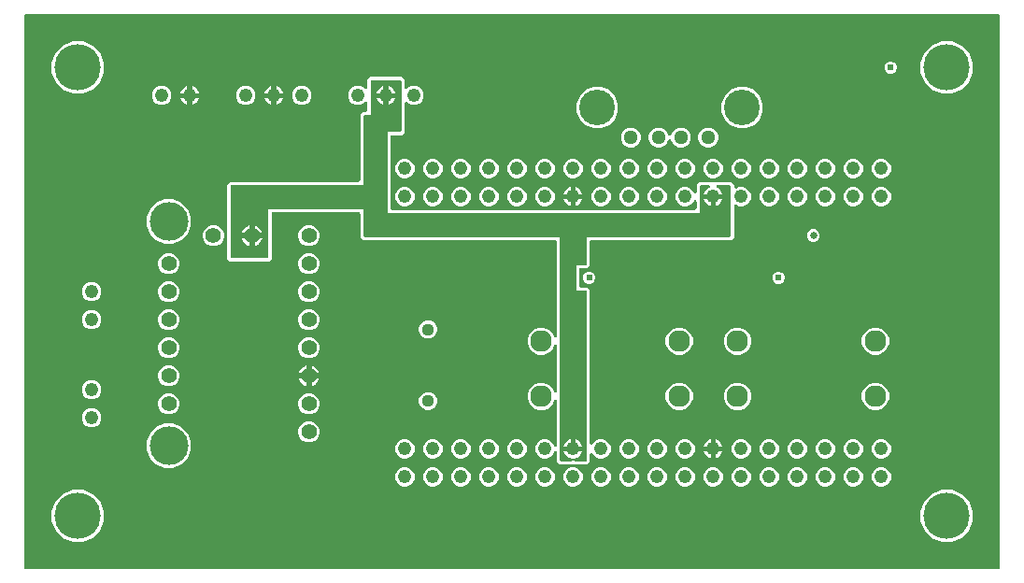
<source format=gbr>
G04 EAGLE Gerber RS-274X export*
G75*
%MOMM*%
%FSLAX34Y34*%
%LPD*%
%INCopper Layer 15*%
%IPPOS*%
%AMOC8*
5,1,8,0,0,1.08239X$1,22.5*%
G01*
%ADD10C,1.244600*%
%ADD11C,1.960000*%
%ADD12C,1.120000*%
%ADD13C,1.288000*%
%ADD14C,3.220000*%
%ADD15C,1.400000*%
%ADD16C,3.500000*%
%ADD17C,4.191000*%
%ADD18C,0.609600*%
%ADD19C,0.654800*%

G36*
X1012308Y2556D02*
X1012308Y2556D01*
X1012427Y2563D01*
X1012465Y2576D01*
X1012506Y2581D01*
X1012616Y2624D01*
X1012729Y2661D01*
X1012764Y2683D01*
X1012801Y2698D01*
X1012897Y2767D01*
X1012998Y2831D01*
X1013026Y2861D01*
X1013059Y2884D01*
X1013135Y2976D01*
X1013216Y3063D01*
X1013236Y3098D01*
X1013261Y3129D01*
X1013312Y3237D01*
X1013370Y3341D01*
X1013380Y3381D01*
X1013397Y3417D01*
X1013419Y3534D01*
X1013449Y3649D01*
X1013453Y3709D01*
X1013457Y3729D01*
X1013455Y3750D01*
X1013459Y3810D01*
X1013459Y504190D01*
X1013444Y504308D01*
X1013437Y504427D01*
X1013424Y504465D01*
X1013419Y504506D01*
X1013376Y504616D01*
X1013339Y504729D01*
X1013317Y504764D01*
X1013302Y504801D01*
X1013233Y504897D01*
X1013169Y504998D01*
X1013139Y505026D01*
X1013116Y505059D01*
X1013024Y505135D01*
X1012937Y505216D01*
X1012902Y505236D01*
X1012871Y505261D01*
X1012763Y505312D01*
X1012659Y505370D01*
X1012619Y505380D01*
X1012583Y505397D01*
X1012466Y505419D01*
X1012351Y505449D01*
X1012291Y505453D01*
X1012271Y505457D01*
X1012250Y505455D01*
X1012190Y505459D01*
X130810Y505459D01*
X130692Y505444D01*
X130573Y505437D01*
X130535Y505424D01*
X130494Y505419D01*
X130384Y505376D01*
X130271Y505339D01*
X130236Y505317D01*
X130199Y505302D01*
X130103Y505233D01*
X130002Y505169D01*
X129974Y505139D01*
X129941Y505116D01*
X129865Y505024D01*
X129784Y504937D01*
X129764Y504902D01*
X129739Y504871D01*
X129688Y504763D01*
X129630Y504659D01*
X129620Y504619D01*
X129603Y504583D01*
X129581Y504466D01*
X129551Y504351D01*
X129547Y504291D01*
X129543Y504271D01*
X129545Y504250D01*
X129541Y504190D01*
X129541Y3810D01*
X129556Y3692D01*
X129563Y3573D01*
X129576Y3535D01*
X129581Y3494D01*
X129624Y3384D01*
X129661Y3271D01*
X129683Y3236D01*
X129698Y3199D01*
X129767Y3103D01*
X129831Y3002D01*
X129861Y2974D01*
X129884Y2941D01*
X129976Y2865D01*
X130063Y2784D01*
X130098Y2764D01*
X130129Y2739D01*
X130237Y2688D01*
X130341Y2630D01*
X130381Y2620D01*
X130417Y2603D01*
X130534Y2581D01*
X130649Y2551D01*
X130709Y2547D01*
X130729Y2543D01*
X130750Y2545D01*
X130810Y2541D01*
X1012190Y2541D01*
X1012308Y2556D01*
G37*
%LPC*%
G36*
X614372Y97789D02*
X614372Y97789D01*
X612139Y100022D01*
X612139Y108387D01*
X612131Y108456D01*
X612132Y108526D01*
X612111Y108613D01*
X612099Y108702D01*
X612074Y108767D01*
X612057Y108835D01*
X612015Y108914D01*
X611982Y108998D01*
X611941Y109054D01*
X611909Y109116D01*
X611848Y109182D01*
X611796Y109255D01*
X611742Y109300D01*
X611695Y109351D01*
X611620Y109401D01*
X611551Y109458D01*
X611487Y109488D01*
X611429Y109526D01*
X611344Y109555D01*
X611263Y109594D01*
X611194Y109607D01*
X611128Y109629D01*
X611039Y109636D01*
X610951Y109653D01*
X610881Y109649D01*
X610811Y109655D01*
X610723Y109639D01*
X610633Y109634D01*
X610567Y109612D01*
X610498Y109600D01*
X610416Y109563D01*
X610331Y109536D01*
X610272Y109498D01*
X610208Y109470D01*
X610138Y109414D01*
X610062Y109365D01*
X610014Y109315D01*
X609960Y109271D01*
X609905Y109199D01*
X609844Y109134D01*
X609810Y109073D01*
X609768Y109017D01*
X609697Y108872D01*
X608730Y106536D01*
X606264Y104070D01*
X603043Y102736D01*
X599557Y102736D01*
X596336Y104070D01*
X593870Y106536D01*
X592536Y109757D01*
X592536Y113243D01*
X593870Y116464D01*
X596336Y118930D01*
X599557Y120264D01*
X603043Y120264D01*
X606264Y118930D01*
X608730Y116464D01*
X609697Y114128D01*
X609732Y114067D01*
X609758Y114002D01*
X609810Y113930D01*
X609855Y113851D01*
X609904Y113801D01*
X609944Y113745D01*
X610014Y113688D01*
X610076Y113623D01*
X610136Y113586D01*
X610189Y113542D01*
X610271Y113504D01*
X610347Y113457D01*
X610414Y113436D01*
X610477Y113406D01*
X610565Y113390D01*
X610651Y113363D01*
X610721Y113360D01*
X610790Y113347D01*
X610879Y113352D01*
X610969Y113348D01*
X611037Y113362D01*
X611107Y113366D01*
X611192Y113394D01*
X611280Y113412D01*
X611343Y113443D01*
X611409Y113464D01*
X611485Y113512D01*
X611566Y113552D01*
X611619Y113597D01*
X611678Y113635D01*
X611740Y113700D01*
X611808Y113758D01*
X611848Y113815D01*
X611896Y113866D01*
X611939Y113945D01*
X611991Y114018D01*
X612016Y114084D01*
X612050Y114145D01*
X612072Y114232D01*
X612104Y114316D01*
X612112Y114385D01*
X612129Y114453D01*
X612139Y114613D01*
X612139Y154898D01*
X612131Y154967D01*
X612132Y155037D01*
X612111Y155124D01*
X612099Y155213D01*
X612074Y155278D01*
X612057Y155346D01*
X612015Y155426D01*
X611982Y155509D01*
X611941Y155565D01*
X611909Y155627D01*
X611848Y155694D01*
X611796Y155766D01*
X611742Y155811D01*
X611695Y155863D01*
X611620Y155912D01*
X611551Y155969D01*
X611487Y155999D01*
X611429Y156037D01*
X611344Y156067D01*
X611263Y156105D01*
X611194Y156118D01*
X611128Y156141D01*
X611039Y156148D01*
X610951Y156165D01*
X610881Y156160D01*
X610811Y156166D01*
X610723Y156150D01*
X610633Y156145D01*
X610567Y156123D01*
X610498Y156111D01*
X610416Y156074D01*
X610331Y156047D01*
X610272Y156009D01*
X610208Y155981D01*
X610138Y155925D01*
X610062Y155877D01*
X610014Y155826D01*
X609960Y155782D01*
X609905Y155710D01*
X609844Y155645D01*
X609810Y155584D01*
X609768Y155528D01*
X609697Y155384D01*
X608362Y152160D01*
X604890Y148688D01*
X600355Y146809D01*
X595445Y146809D01*
X590910Y148688D01*
X587438Y152160D01*
X585559Y156695D01*
X585559Y161605D01*
X587438Y166140D01*
X590910Y169612D01*
X595445Y171491D01*
X600355Y171491D01*
X604890Y169612D01*
X608362Y166140D01*
X609697Y162916D01*
X609732Y162856D01*
X609758Y162791D01*
X609810Y162718D01*
X609855Y162640D01*
X609903Y162590D01*
X609944Y162534D01*
X610014Y162476D01*
X610076Y162412D01*
X610136Y162375D01*
X610189Y162331D01*
X610271Y162292D01*
X610347Y162246D01*
X610414Y162225D01*
X610477Y162195D01*
X610565Y162178D01*
X610651Y162152D01*
X610721Y162149D01*
X610790Y162135D01*
X610879Y162141D01*
X610969Y162137D01*
X611037Y162151D01*
X611107Y162155D01*
X611192Y162183D01*
X611280Y162201D01*
X611343Y162232D01*
X611409Y162253D01*
X611485Y162301D01*
X611566Y162341D01*
X611619Y162386D01*
X611678Y162423D01*
X611740Y162489D01*
X611808Y162547D01*
X611848Y162604D01*
X611896Y162655D01*
X611939Y162734D01*
X611991Y162807D01*
X612016Y162873D01*
X612050Y162934D01*
X612072Y163020D01*
X612104Y163105D01*
X612112Y163174D01*
X612129Y163241D01*
X612139Y163402D01*
X612139Y204898D01*
X612131Y204967D01*
X612132Y205037D01*
X612111Y205124D01*
X612099Y205213D01*
X612074Y205278D01*
X612057Y205346D01*
X612015Y205426D01*
X611982Y205509D01*
X611941Y205565D01*
X611909Y205627D01*
X611848Y205694D01*
X611796Y205766D01*
X611742Y205811D01*
X611695Y205863D01*
X611620Y205912D01*
X611551Y205969D01*
X611487Y205999D01*
X611429Y206037D01*
X611344Y206067D01*
X611263Y206105D01*
X611194Y206118D01*
X611128Y206141D01*
X611039Y206148D01*
X610951Y206165D01*
X610881Y206160D01*
X610811Y206166D01*
X610723Y206150D01*
X610633Y206145D01*
X610567Y206123D01*
X610498Y206111D01*
X610416Y206074D01*
X610331Y206047D01*
X610272Y206009D01*
X610208Y205981D01*
X610138Y205925D01*
X610062Y205877D01*
X610014Y205826D01*
X609960Y205782D01*
X609905Y205710D01*
X609844Y205645D01*
X609810Y205584D01*
X609768Y205528D01*
X609697Y205384D01*
X608362Y202160D01*
X604890Y198688D01*
X600355Y196809D01*
X595445Y196809D01*
X590910Y198688D01*
X587438Y202160D01*
X585559Y206695D01*
X585559Y211605D01*
X587438Y216140D01*
X590910Y219612D01*
X595445Y221491D01*
X600355Y221491D01*
X604890Y219612D01*
X608362Y216140D01*
X609697Y212916D01*
X609732Y212856D01*
X609758Y212791D01*
X609810Y212718D01*
X609855Y212640D01*
X609903Y212590D01*
X609944Y212534D01*
X610014Y212476D01*
X610076Y212412D01*
X610136Y212375D01*
X610189Y212331D01*
X610271Y212292D01*
X610347Y212246D01*
X610414Y212225D01*
X610477Y212195D01*
X610565Y212178D01*
X610651Y212152D01*
X610721Y212149D01*
X610790Y212135D01*
X610879Y212141D01*
X610969Y212137D01*
X611037Y212151D01*
X611107Y212155D01*
X611192Y212183D01*
X611280Y212201D01*
X611343Y212232D01*
X611409Y212253D01*
X611485Y212301D01*
X611566Y212341D01*
X611619Y212386D01*
X611678Y212423D01*
X611740Y212489D01*
X611808Y212547D01*
X611848Y212604D01*
X611896Y212655D01*
X611939Y212734D01*
X611991Y212807D01*
X612016Y212873D01*
X612050Y212934D01*
X612072Y213020D01*
X612104Y213105D01*
X612112Y213174D01*
X612129Y213241D01*
X612139Y213402D01*
X612139Y299212D01*
X612124Y299330D01*
X612117Y299449D01*
X612104Y299487D01*
X612099Y299528D01*
X612056Y299638D01*
X612019Y299751D01*
X611997Y299786D01*
X611982Y299823D01*
X611913Y299919D01*
X611849Y300020D01*
X611819Y300048D01*
X611796Y300081D01*
X611704Y300157D01*
X611617Y300238D01*
X611582Y300258D01*
X611551Y300283D01*
X611443Y300334D01*
X611339Y300392D01*
X611299Y300402D01*
X611263Y300419D01*
X611146Y300441D01*
X611031Y300471D01*
X610971Y300475D01*
X610951Y300479D01*
X610930Y300477D01*
X610870Y300481D01*
X436361Y300481D01*
X433831Y303011D01*
X433831Y324612D01*
X433816Y324730D01*
X433809Y324849D01*
X433796Y324887D01*
X433791Y324928D01*
X433748Y325038D01*
X433711Y325151D01*
X433689Y325186D01*
X433674Y325223D01*
X433605Y325319D01*
X433541Y325420D01*
X433511Y325448D01*
X433488Y325481D01*
X433396Y325557D01*
X433309Y325638D01*
X433274Y325658D01*
X433243Y325683D01*
X433135Y325734D01*
X433031Y325792D01*
X432991Y325802D01*
X432955Y325819D01*
X432838Y325841D01*
X432723Y325871D01*
X432663Y325875D01*
X432643Y325879D01*
X432622Y325877D01*
X432562Y325881D01*
X354838Y325881D01*
X354720Y325866D01*
X354601Y325859D01*
X354563Y325846D01*
X354522Y325841D01*
X354412Y325798D01*
X354299Y325761D01*
X354264Y325739D01*
X354227Y325724D01*
X354131Y325655D01*
X354030Y325591D01*
X354002Y325561D01*
X353969Y325538D01*
X353893Y325446D01*
X353812Y325359D01*
X353792Y325324D01*
X353767Y325293D01*
X353716Y325185D01*
X353658Y325081D01*
X353648Y325041D01*
X353631Y325005D01*
X353609Y324888D01*
X353579Y324773D01*
X353575Y324713D01*
X353571Y324693D01*
X353573Y324672D01*
X353569Y324612D01*
X353569Y283961D01*
X351039Y281431D01*
X315711Y281431D01*
X313181Y283961D01*
X313181Y351039D01*
X315711Y353569D01*
X432562Y353569D01*
X432680Y353584D01*
X432799Y353591D01*
X432837Y353604D01*
X432878Y353609D01*
X432988Y353652D01*
X433101Y353689D01*
X433136Y353711D01*
X433173Y353726D01*
X433269Y353795D01*
X433370Y353859D01*
X433398Y353889D01*
X433431Y353912D01*
X433507Y354004D01*
X433588Y354091D01*
X433608Y354126D01*
X433633Y354157D01*
X433684Y354265D01*
X433742Y354369D01*
X433752Y354409D01*
X433769Y354445D01*
X433791Y354562D01*
X433821Y354677D01*
X433825Y354737D01*
X433829Y354757D01*
X433827Y354778D01*
X433831Y354838D01*
X433831Y414539D01*
X436361Y417069D01*
X438912Y417069D01*
X439030Y417084D01*
X439149Y417091D01*
X439187Y417104D01*
X439228Y417109D01*
X439338Y417152D01*
X439451Y417189D01*
X439486Y417211D01*
X439523Y417226D01*
X439619Y417295D01*
X439720Y417359D01*
X439748Y417389D01*
X439781Y417412D01*
X439857Y417504D01*
X439938Y417591D01*
X439958Y417626D01*
X439983Y417657D01*
X440034Y417765D01*
X440092Y417869D01*
X440102Y417909D01*
X440119Y417945D01*
X440141Y418062D01*
X440171Y418177D01*
X440175Y418237D01*
X440179Y418257D01*
X440177Y418278D01*
X440181Y418338D01*
X440181Y424723D01*
X440164Y424861D01*
X440151Y425000D01*
X440144Y425019D01*
X440141Y425039D01*
X440090Y425168D01*
X440043Y425299D01*
X440032Y425316D01*
X440024Y425334D01*
X439943Y425447D01*
X439865Y425562D01*
X439849Y425575D01*
X439838Y425592D01*
X439730Y425681D01*
X439626Y425773D01*
X439608Y425782D01*
X439593Y425795D01*
X439467Y425854D01*
X439343Y425917D01*
X439323Y425922D01*
X439305Y425930D01*
X439168Y425956D01*
X439033Y425987D01*
X439012Y425986D01*
X438993Y425990D01*
X438854Y425981D01*
X438715Y425977D01*
X438695Y425971D01*
X438675Y425970D01*
X438543Y425927D01*
X438409Y425889D01*
X438392Y425878D01*
X438373Y425872D01*
X438255Y425798D01*
X438135Y425727D01*
X438114Y425709D01*
X438104Y425702D01*
X438090Y425687D01*
X438015Y425621D01*
X436764Y424370D01*
X433543Y423036D01*
X430057Y423036D01*
X426836Y424370D01*
X424370Y426836D01*
X423036Y430057D01*
X423036Y433543D01*
X424370Y436764D01*
X426836Y439230D01*
X430057Y440564D01*
X433543Y440564D01*
X436764Y439230D01*
X438015Y437979D01*
X438124Y437894D01*
X438231Y437805D01*
X438250Y437797D01*
X438266Y437784D01*
X438393Y437729D01*
X438519Y437670D01*
X438539Y437666D01*
X438558Y437658D01*
X438696Y437636D01*
X438832Y437610D01*
X438852Y437611D01*
X438872Y437608D01*
X439011Y437621D01*
X439149Y437630D01*
X439168Y437636D01*
X439188Y437638D01*
X439320Y437685D01*
X439451Y437728D01*
X439469Y437739D01*
X439488Y437746D01*
X439603Y437824D01*
X439720Y437898D01*
X439734Y437913D01*
X439751Y437924D01*
X439843Y438028D01*
X439938Y438130D01*
X439948Y438147D01*
X439961Y438163D01*
X440025Y438287D01*
X440092Y438408D01*
X440097Y438428D01*
X440106Y438446D01*
X440136Y438582D01*
X440171Y438716D01*
X440173Y438744D01*
X440176Y438756D01*
X440175Y438777D01*
X440181Y438877D01*
X440181Y446289D01*
X442711Y448819D01*
X471689Y448819D01*
X474219Y446289D01*
X474219Y438877D01*
X474236Y438739D01*
X474249Y438600D01*
X474256Y438581D01*
X474259Y438561D01*
X474310Y438432D01*
X474357Y438301D01*
X474368Y438284D01*
X474376Y438266D01*
X474457Y438153D01*
X474535Y438038D01*
X474551Y438025D01*
X474562Y438008D01*
X474670Y437919D01*
X474774Y437827D01*
X474792Y437818D01*
X474807Y437805D01*
X474933Y437746D01*
X475057Y437683D01*
X475077Y437678D01*
X475095Y437670D01*
X475232Y437644D01*
X475367Y437613D01*
X475388Y437614D01*
X475407Y437610D01*
X475546Y437619D01*
X475685Y437623D01*
X475705Y437629D01*
X475725Y437630D01*
X475857Y437673D01*
X475991Y437711D01*
X476008Y437722D01*
X476027Y437728D01*
X476145Y437802D01*
X476265Y437873D01*
X476286Y437891D01*
X476296Y437898D01*
X476310Y437913D01*
X476385Y437979D01*
X477636Y439230D01*
X480857Y440564D01*
X484343Y440564D01*
X487564Y439230D01*
X490030Y436764D01*
X491364Y433543D01*
X491364Y430057D01*
X490030Y426836D01*
X487564Y424370D01*
X484343Y423036D01*
X480857Y423036D01*
X477636Y424370D01*
X476385Y425621D01*
X476276Y425706D01*
X476169Y425795D01*
X476150Y425803D01*
X476134Y425816D01*
X476007Y425871D01*
X475881Y425930D01*
X475861Y425934D01*
X475842Y425942D01*
X475704Y425964D01*
X475568Y425990D01*
X475548Y425989D01*
X475528Y425992D01*
X475389Y425979D01*
X475251Y425970D01*
X475232Y425964D01*
X475212Y425962D01*
X475080Y425915D01*
X474949Y425872D01*
X474931Y425861D01*
X474912Y425854D01*
X474797Y425776D01*
X474680Y425702D01*
X474666Y425687D01*
X474649Y425676D01*
X474557Y425572D01*
X474462Y425470D01*
X474452Y425453D01*
X474439Y425437D01*
X474375Y425313D01*
X474308Y425192D01*
X474303Y425172D01*
X474294Y425154D01*
X474264Y425018D01*
X474229Y424884D01*
X474227Y424856D01*
X474224Y424844D01*
X474225Y424823D01*
X474219Y424723D01*
X474219Y398261D01*
X471689Y395731D01*
X462788Y395731D01*
X462670Y395716D01*
X462551Y395709D01*
X462513Y395696D01*
X462472Y395691D01*
X462362Y395648D01*
X462249Y395611D01*
X462214Y395589D01*
X462177Y395574D01*
X462081Y395505D01*
X461980Y395441D01*
X461952Y395411D01*
X461919Y395388D01*
X461843Y395296D01*
X461762Y395209D01*
X461742Y395174D01*
X461717Y395143D01*
X461666Y395035D01*
X461608Y394931D01*
X461598Y394891D01*
X461581Y394855D01*
X461559Y394738D01*
X461529Y394623D01*
X461525Y394563D01*
X461521Y394543D01*
X461523Y394522D01*
X461519Y394462D01*
X461519Y329438D01*
X461534Y329320D01*
X461541Y329201D01*
X461554Y329163D01*
X461559Y329122D01*
X461602Y329012D01*
X461639Y328899D01*
X461661Y328864D01*
X461676Y328827D01*
X461745Y328731D01*
X461809Y328630D01*
X461839Y328602D01*
X461862Y328569D01*
X461954Y328493D01*
X462041Y328412D01*
X462076Y328392D01*
X462107Y328367D01*
X462215Y328316D01*
X462319Y328258D01*
X462359Y328248D01*
X462395Y328231D01*
X462512Y328209D01*
X462627Y328179D01*
X462687Y328175D01*
X462707Y328171D01*
X462728Y328173D01*
X462788Y328169D01*
X737362Y328169D01*
X737480Y328184D01*
X737599Y328191D01*
X737637Y328204D01*
X737678Y328209D01*
X737788Y328252D01*
X737901Y328289D01*
X737936Y328311D01*
X737973Y328326D01*
X738069Y328395D01*
X738170Y328459D01*
X738198Y328489D01*
X738231Y328512D01*
X738307Y328604D01*
X738388Y328691D01*
X738408Y328726D01*
X738433Y328757D01*
X738484Y328865D01*
X738542Y328969D01*
X738552Y329009D01*
X738569Y329045D01*
X738591Y329162D01*
X738621Y329277D01*
X738625Y329337D01*
X738629Y329357D01*
X738627Y329378D01*
X738631Y329438D01*
X738631Y335760D01*
X738623Y335829D01*
X738624Y335899D01*
X738603Y335987D01*
X738591Y336076D01*
X738566Y336141D01*
X738549Y336209D01*
X738507Y336288D01*
X738474Y336371D01*
X738433Y336428D01*
X738401Y336490D01*
X738340Y336556D01*
X738288Y336629D01*
X738234Y336673D01*
X738187Y336725D01*
X738112Y336774D01*
X738043Y336832D01*
X737979Y336861D01*
X737921Y336900D01*
X737836Y336929D01*
X737755Y336967D01*
X737686Y336980D01*
X737620Y337003D01*
X737531Y337010D01*
X737443Y337027D01*
X737373Y337023D01*
X737303Y337028D01*
X737215Y337013D01*
X737125Y337007D01*
X737059Y336986D01*
X736990Y336974D01*
X736908Y336937D01*
X736823Y336909D01*
X736764Y336872D01*
X736700Y336843D01*
X736630Y336787D01*
X736554Y336739D01*
X736506Y336688D01*
X736452Y336645D01*
X736397Y336573D01*
X736336Y336507D01*
X736302Y336446D01*
X736260Y336391D01*
X736189Y336246D01*
X735730Y335136D01*
X733264Y332670D01*
X730043Y331336D01*
X726557Y331336D01*
X723336Y332670D01*
X720870Y335136D01*
X719536Y338357D01*
X719536Y341843D01*
X720870Y345064D01*
X723336Y347530D01*
X726557Y348864D01*
X730043Y348864D01*
X733264Y347530D01*
X735730Y345064D01*
X736189Y343954D01*
X736224Y343893D01*
X736250Y343829D01*
X736302Y343756D01*
X736347Y343678D01*
X736395Y343628D01*
X736436Y343571D01*
X736506Y343514D01*
X736568Y343449D01*
X736628Y343413D01*
X736681Y343368D01*
X736763Y343330D01*
X736839Y343283D01*
X736906Y343263D01*
X736969Y343233D01*
X737057Y343216D01*
X737143Y343189D01*
X737213Y343186D01*
X737282Y343173D01*
X737371Y343179D01*
X737461Y343174D01*
X737529Y343188D01*
X737599Y343193D01*
X737684Y343220D01*
X737772Y343239D01*
X737835Y343269D01*
X737901Y343291D01*
X737977Y343339D01*
X738058Y343378D01*
X738111Y343424D01*
X738170Y343461D01*
X738232Y343526D01*
X738300Y343585D01*
X738340Y343642D01*
X738388Y343693D01*
X738431Y343771D01*
X738483Y343845D01*
X738508Y343910D01*
X738542Y343971D01*
X738564Y344058D01*
X738596Y344142D01*
X738604Y344212D01*
X738621Y344279D01*
X738631Y344440D01*
X738631Y351039D01*
X741161Y353569D01*
X770139Y353569D01*
X772669Y351039D01*
X772669Y348821D01*
X772675Y348772D01*
X772673Y348722D01*
X772695Y348615D01*
X772709Y348506D01*
X772727Y348460D01*
X772737Y348411D01*
X772785Y348312D01*
X772826Y348210D01*
X772855Y348170D01*
X772877Y348125D01*
X772948Y348042D01*
X773012Y347953D01*
X773051Y347921D01*
X773083Y347883D01*
X773173Y347820D01*
X773257Y347750D01*
X773302Y347729D01*
X773343Y347700D01*
X773446Y347661D01*
X773545Y347615D01*
X773594Y347605D01*
X773640Y347588D01*
X773750Y347575D01*
X773857Y347555D01*
X773907Y347558D01*
X773956Y347552D01*
X774065Y347568D01*
X774175Y347574D01*
X774222Y347590D01*
X774271Y347597D01*
X774424Y347649D01*
X777357Y348864D01*
X780843Y348864D01*
X784064Y347530D01*
X786530Y345064D01*
X787864Y341843D01*
X787864Y338357D01*
X786530Y335136D01*
X784064Y332670D01*
X780843Y331336D01*
X777357Y331336D01*
X774424Y332551D01*
X774376Y332564D01*
X774331Y332585D01*
X774223Y332606D01*
X774117Y332635D01*
X774067Y332636D01*
X774018Y332645D01*
X773909Y332638D01*
X773799Y332640D01*
X773751Y332629D01*
X773701Y332626D01*
X773597Y332592D01*
X773490Y332566D01*
X773446Y332543D01*
X773399Y332527D01*
X773306Y332469D01*
X773209Y332417D01*
X773172Y332384D01*
X773130Y332357D01*
X773055Y332277D01*
X772973Y332203D01*
X772946Y332162D01*
X772912Y332126D01*
X772859Y332030D01*
X772799Y331938D01*
X772782Y331891D01*
X772758Y331847D01*
X772731Y331741D01*
X772695Y331637D01*
X772691Y331587D01*
X772679Y331539D01*
X772669Y331379D01*
X772669Y303011D01*
X770139Y300481D01*
X643255Y300481D01*
X643137Y300466D01*
X643018Y300459D01*
X642980Y300446D01*
X642939Y300441D01*
X642829Y300398D01*
X642716Y300361D01*
X642681Y300339D01*
X642644Y300324D01*
X642548Y300255D01*
X642447Y300191D01*
X642419Y300161D01*
X642386Y300138D01*
X642310Y300046D01*
X642229Y299959D01*
X642209Y299924D01*
X642184Y299893D01*
X642133Y299785D01*
X642075Y299681D01*
X642065Y299641D01*
X642048Y299605D01*
X642026Y299488D01*
X641996Y299373D01*
X641992Y299313D01*
X641988Y299293D01*
X641990Y299272D01*
X641986Y299212D01*
X641986Y277822D01*
X639753Y275589D01*
X633730Y275589D01*
X633612Y275574D01*
X633493Y275567D01*
X633455Y275554D01*
X633414Y275549D01*
X633304Y275506D01*
X633191Y275469D01*
X633156Y275447D01*
X633119Y275432D01*
X633023Y275363D01*
X632922Y275299D01*
X632894Y275269D01*
X632861Y275246D01*
X632785Y275154D01*
X632704Y275067D01*
X632684Y275032D01*
X632659Y275001D01*
X632608Y274893D01*
X632550Y274789D01*
X632540Y274749D01*
X632523Y274713D01*
X632501Y274596D01*
X632471Y274481D01*
X632467Y274421D01*
X632463Y274401D01*
X632465Y274380D01*
X632461Y274320D01*
X632461Y259080D01*
X632476Y258962D01*
X632483Y258843D01*
X632496Y258805D01*
X632501Y258764D01*
X632544Y258654D01*
X632581Y258541D01*
X632603Y258506D01*
X632618Y258469D01*
X632687Y258373D01*
X632751Y258272D01*
X632781Y258244D01*
X632804Y258211D01*
X632896Y258135D01*
X632983Y258054D01*
X633018Y258034D01*
X633049Y258009D01*
X633157Y257958D01*
X633261Y257900D01*
X633301Y257890D01*
X633337Y257873D01*
X633454Y257851D01*
X633569Y257821D01*
X633629Y257817D01*
X633649Y257813D01*
X633670Y257815D01*
X633730Y257811D01*
X639753Y257811D01*
X641986Y255578D01*
X641986Y116364D01*
X641994Y116294D01*
X641993Y116225D01*
X642014Y116137D01*
X642026Y116048D01*
X642051Y115983D01*
X642068Y115915D01*
X642110Y115836D01*
X642143Y115752D01*
X642184Y115696D01*
X642216Y115634D01*
X642277Y115568D01*
X642329Y115495D01*
X642383Y115451D01*
X642430Y115399D01*
X642505Y115350D01*
X642574Y115292D01*
X642638Y115263D01*
X642696Y115224D01*
X642781Y115195D01*
X642862Y115157D01*
X642931Y115144D01*
X642997Y115121D01*
X643086Y115114D01*
X643174Y115097D01*
X643244Y115101D01*
X643314Y115096D01*
X643402Y115111D01*
X643492Y115117D01*
X643558Y115138D01*
X643627Y115150D01*
X643709Y115187D01*
X643794Y115215D01*
X643853Y115252D01*
X643917Y115281D01*
X643987Y115337D01*
X644063Y115385D01*
X644111Y115436D01*
X644165Y115479D01*
X644220Y115551D01*
X644281Y115617D01*
X644315Y115678D01*
X644357Y115733D01*
X644428Y115878D01*
X644670Y116464D01*
X647136Y118930D01*
X650357Y120264D01*
X653843Y120264D01*
X657064Y118930D01*
X659530Y116464D01*
X660864Y113243D01*
X660864Y109757D01*
X659530Y106536D01*
X657064Y104070D01*
X653843Y102736D01*
X650357Y102736D01*
X647136Y104070D01*
X644670Y106536D01*
X644428Y107122D01*
X644416Y107142D01*
X644411Y107159D01*
X644389Y107194D01*
X644367Y107248D01*
X644315Y107320D01*
X644270Y107398D01*
X644222Y107448D01*
X644181Y107505D01*
X644111Y107562D01*
X644049Y107627D01*
X643989Y107663D01*
X643936Y107708D01*
X643854Y107746D01*
X643778Y107793D01*
X643711Y107814D01*
X643648Y107843D01*
X643560Y107860D01*
X643474Y107887D01*
X643404Y107890D01*
X643335Y107903D01*
X643246Y107897D01*
X643156Y107902D01*
X643088Y107888D01*
X643018Y107883D01*
X642933Y107856D01*
X642845Y107837D01*
X642782Y107807D01*
X642716Y107785D01*
X642640Y107737D01*
X642559Y107698D01*
X642506Y107653D01*
X642447Y107615D01*
X642385Y107550D01*
X642317Y107491D01*
X642277Y107434D01*
X642229Y107383D01*
X642186Y107305D01*
X642134Y107231D01*
X642109Y107166D01*
X642075Y107105D01*
X642056Y107028D01*
X642048Y107012D01*
X642045Y106998D01*
X642021Y106934D01*
X642013Y106864D01*
X641996Y106797D01*
X641990Y106711D01*
X641988Y106700D01*
X641989Y106688D01*
X641986Y106636D01*
X641986Y100022D01*
X639753Y97789D01*
X614372Y97789D01*
G37*
%LPD*%
G36*
X625078Y100335D02*
X625078Y100335D01*
X625113Y100333D01*
X625236Y100355D01*
X625359Y100371D01*
X625391Y100383D01*
X625426Y100390D01*
X625539Y100442D01*
X625655Y100488D01*
X625683Y100508D01*
X625715Y100523D01*
X625811Y100601D01*
X625912Y100674D01*
X625934Y100701D01*
X625961Y100724D01*
X626035Y100823D01*
X626115Y100919D01*
X626130Y100951D01*
X626150Y100979D01*
X626197Y101095D01*
X626250Y101207D01*
X626257Y101241D01*
X626270Y101274D01*
X626287Y101398D01*
X626310Y101520D01*
X626308Y101554D01*
X626313Y101589D01*
X626298Y101713D01*
X626290Y101837D01*
X626280Y101870D01*
X626275Y101905D01*
X626231Y102021D01*
X626192Y102139D01*
X626174Y102169D01*
X626161Y102202D01*
X626089Y102303D01*
X626022Y102408D01*
X625997Y102432D01*
X625976Y102461D01*
X625881Y102541D01*
X625790Y102626D01*
X625760Y102643D01*
X625733Y102666D01*
X625621Y102720D01*
X625512Y102780D01*
X625478Y102788D01*
X625447Y102804D01*
X625291Y102845D01*
X624144Y103073D01*
X622549Y103734D01*
X621113Y104693D01*
X619893Y105913D01*
X618934Y107349D01*
X618273Y108944D01*
X618207Y109278D01*
X625747Y109278D01*
X625866Y109293D01*
X625984Y109301D01*
X626023Y109313D01*
X626063Y109318D01*
X626174Y109362D01*
X626287Y109399D01*
X626321Y109420D01*
X626359Y109435D01*
X626455Y109505D01*
X626555Y109569D01*
X626583Y109598D01*
X626616Y109622D01*
X626692Y109714D01*
X626696Y109718D01*
X626703Y109712D01*
X626727Y109679D01*
X626819Y109603D01*
X626906Y109521D01*
X626941Y109502D01*
X626972Y109476D01*
X627080Y109425D01*
X627184Y109368D01*
X627223Y109358D01*
X627260Y109341D01*
X627377Y109318D01*
X627492Y109288D01*
X627552Y109285D01*
X627572Y109281D01*
X627593Y109282D01*
X627653Y109278D01*
X635193Y109278D01*
X635127Y108944D01*
X634466Y107349D01*
X633507Y105913D01*
X632287Y104693D01*
X630851Y103734D01*
X629256Y103073D01*
X628109Y102845D01*
X628076Y102834D01*
X628041Y102829D01*
X627926Y102784D01*
X627807Y102744D01*
X627778Y102725D01*
X627745Y102712D01*
X627645Y102639D01*
X627540Y102572D01*
X627516Y102546D01*
X627488Y102526D01*
X627409Y102429D01*
X627324Y102338D01*
X627308Y102308D01*
X627285Y102281D01*
X627232Y102168D01*
X627173Y102059D01*
X627165Y102024D01*
X627150Y101993D01*
X627126Y101871D01*
X627096Y101750D01*
X627097Y101715D01*
X627090Y101681D01*
X627098Y101556D01*
X627099Y101432D01*
X627108Y101398D01*
X627110Y101363D01*
X627148Y101245D01*
X627180Y101124D01*
X627197Y101094D01*
X627208Y101061D01*
X627274Y100956D01*
X627335Y100847D01*
X627359Y100821D01*
X627378Y100792D01*
X627469Y100707D01*
X627554Y100617D01*
X627584Y100598D01*
X627610Y100574D01*
X627718Y100514D01*
X627824Y100448D01*
X627857Y100437D01*
X627888Y100420D01*
X628008Y100389D01*
X628127Y100352D01*
X628162Y100350D01*
X628196Y100341D01*
X628357Y100331D01*
X638175Y100331D01*
X638293Y100346D01*
X638412Y100353D01*
X638450Y100366D01*
X638491Y100371D01*
X638601Y100414D01*
X638714Y100451D01*
X638749Y100473D01*
X638786Y100488D01*
X638882Y100558D01*
X638983Y100621D01*
X639011Y100651D01*
X639044Y100674D01*
X639120Y100766D01*
X639201Y100853D01*
X639221Y100888D01*
X639246Y100919D01*
X639297Y101027D01*
X639355Y101131D01*
X639365Y101171D01*
X639382Y101207D01*
X639404Y101324D01*
X639434Y101439D01*
X639438Y101500D01*
X639442Y101520D01*
X639440Y101540D01*
X639444Y101600D01*
X639444Y254000D01*
X639429Y254118D01*
X639422Y254237D01*
X639409Y254275D01*
X639404Y254316D01*
X639361Y254426D01*
X639324Y254539D01*
X639302Y254574D01*
X639287Y254611D01*
X639218Y254707D01*
X639154Y254808D01*
X639124Y254836D01*
X639101Y254869D01*
X639009Y254945D01*
X638922Y255026D01*
X638887Y255046D01*
X638856Y255071D01*
X638748Y255122D01*
X638644Y255180D01*
X638604Y255190D01*
X638568Y255207D01*
X638451Y255229D01*
X638336Y255259D01*
X638276Y255263D01*
X638256Y255267D01*
X638235Y255265D01*
X638175Y255269D01*
X629919Y255269D01*
X629919Y278131D01*
X638175Y278131D01*
X638293Y278146D01*
X638412Y278153D01*
X638450Y278166D01*
X638491Y278171D01*
X638601Y278214D01*
X638714Y278251D01*
X638749Y278273D01*
X638786Y278288D01*
X638882Y278358D01*
X638983Y278421D01*
X639011Y278451D01*
X639044Y278474D01*
X639120Y278566D01*
X639201Y278653D01*
X639221Y278688D01*
X639246Y278719D01*
X639297Y278827D01*
X639355Y278931D01*
X639365Y278971D01*
X639382Y279007D01*
X639404Y279124D01*
X639434Y279239D01*
X639438Y279300D01*
X639442Y279320D01*
X639440Y279340D01*
X639444Y279400D01*
X639444Y303531D01*
X768350Y303531D01*
X768468Y303546D01*
X768587Y303553D01*
X768625Y303566D01*
X768666Y303571D01*
X768776Y303614D01*
X768889Y303651D01*
X768924Y303673D01*
X768961Y303688D01*
X769057Y303758D01*
X769158Y303821D01*
X769186Y303851D01*
X769219Y303874D01*
X769295Y303966D01*
X769376Y304053D01*
X769396Y304088D01*
X769421Y304119D01*
X769472Y304227D01*
X769530Y304331D01*
X769540Y304371D01*
X769557Y304407D01*
X769579Y304524D01*
X769609Y304639D01*
X769613Y304700D01*
X769617Y304720D01*
X769615Y304740D01*
X769619Y304800D01*
X769619Y349250D01*
X769604Y349368D01*
X769597Y349487D01*
X769584Y349525D01*
X769579Y349566D01*
X769536Y349676D01*
X769499Y349789D01*
X769477Y349824D01*
X769462Y349861D01*
X769393Y349957D01*
X769329Y350058D01*
X769299Y350086D01*
X769276Y350119D01*
X769184Y350195D01*
X769097Y350276D01*
X769062Y350296D01*
X769031Y350321D01*
X768923Y350372D01*
X768819Y350430D01*
X768779Y350440D01*
X768743Y350457D01*
X768626Y350479D01*
X768511Y350509D01*
X768451Y350513D01*
X768431Y350517D01*
X768410Y350515D01*
X768350Y350519D01*
X757827Y350519D01*
X757758Y350511D01*
X757688Y350512D01*
X757601Y350491D01*
X757512Y350479D01*
X757447Y350454D01*
X757379Y350437D01*
X757300Y350395D01*
X757216Y350362D01*
X757160Y350321D01*
X757098Y350289D01*
X757032Y350228D01*
X756959Y350176D01*
X756914Y350122D01*
X756863Y350075D01*
X756813Y350000D01*
X756756Y349931D01*
X756726Y349867D01*
X756688Y349809D01*
X756659Y349724D01*
X756620Y349643D01*
X756607Y349574D01*
X756585Y349508D01*
X756578Y349419D01*
X756561Y349331D01*
X756565Y349261D01*
X756559Y349191D01*
X756575Y349103D01*
X756580Y349013D01*
X756602Y348947D01*
X756614Y348878D01*
X756651Y348796D01*
X756678Y348711D01*
X756716Y348652D01*
X756744Y348588D01*
X756800Y348518D01*
X756849Y348442D01*
X756899Y348394D01*
X756943Y348340D01*
X757015Y348285D01*
X757080Y348224D01*
X757141Y348190D01*
X757197Y348148D01*
X757342Y348077D01*
X757851Y347866D01*
X759287Y346907D01*
X760507Y345687D01*
X761466Y344251D01*
X762127Y342656D01*
X762193Y342322D01*
X754653Y342322D01*
X754534Y342307D01*
X754416Y342299D01*
X754377Y342287D01*
X754337Y342282D01*
X754226Y342238D01*
X754113Y342201D01*
X754079Y342180D01*
X754041Y342165D01*
X753945Y342095D01*
X753845Y342031D01*
X753817Y342002D01*
X753784Y341978D01*
X753708Y341886D01*
X753704Y341882D01*
X753697Y341888D01*
X753673Y341921D01*
X753581Y341997D01*
X753494Y342079D01*
X753459Y342098D01*
X753428Y342124D01*
X753320Y342175D01*
X753216Y342232D01*
X753177Y342242D01*
X753140Y342259D01*
X753023Y342282D01*
X752908Y342312D01*
X752848Y342315D01*
X752828Y342319D01*
X752807Y342318D01*
X752747Y342322D01*
X745207Y342322D01*
X745273Y342656D01*
X745934Y344251D01*
X746893Y345687D01*
X748113Y346907D01*
X749549Y347866D01*
X750058Y348077D01*
X750112Y348108D01*
X750121Y348111D01*
X750124Y348114D01*
X750184Y348138D01*
X750256Y348190D01*
X750335Y348235D01*
X750385Y348283D01*
X750441Y348324D01*
X750499Y348394D01*
X750563Y348456D01*
X750599Y348516D01*
X750644Y348569D01*
X750682Y348651D01*
X750729Y348727D01*
X750750Y348794D01*
X750780Y348857D01*
X750796Y348945D01*
X750823Y349031D01*
X750826Y349101D01*
X750839Y349170D01*
X750834Y349259D01*
X750838Y349349D01*
X750824Y349417D01*
X750820Y349487D01*
X750792Y349572D01*
X750774Y349660D01*
X750743Y349723D01*
X750722Y349789D01*
X750674Y349865D01*
X750634Y349946D01*
X750589Y349999D01*
X750551Y350058D01*
X750486Y350120D01*
X750428Y350188D01*
X750371Y350228D01*
X750320Y350276D01*
X750241Y350319D01*
X750168Y350371D01*
X750102Y350396D01*
X750041Y350430D01*
X749954Y350452D01*
X749870Y350484D01*
X749801Y350492D01*
X749733Y350509D01*
X749573Y350519D01*
X742950Y350519D01*
X742832Y350504D01*
X742713Y350497D01*
X742675Y350484D01*
X742634Y350479D01*
X742524Y350436D01*
X742411Y350399D01*
X742376Y350377D01*
X742339Y350362D01*
X742243Y350293D01*
X742142Y350229D01*
X742114Y350199D01*
X742081Y350176D01*
X742006Y350084D01*
X741924Y349997D01*
X741904Y349962D01*
X741879Y349931D01*
X741828Y349823D01*
X741770Y349719D01*
X741760Y349679D01*
X741743Y349643D01*
X741721Y349526D01*
X741691Y349411D01*
X741687Y349351D01*
X741683Y349331D01*
X741685Y349311D01*
X741683Y349304D01*
X741684Y349297D01*
X741681Y349250D01*
X741681Y325119D01*
X458469Y325119D01*
X458469Y398781D01*
X469900Y398781D01*
X470018Y398796D01*
X470137Y398803D01*
X470175Y398816D01*
X470216Y398821D01*
X470326Y398864D01*
X470439Y398901D01*
X470474Y398923D01*
X470511Y398938D01*
X470607Y399008D01*
X470708Y399071D01*
X470736Y399101D01*
X470769Y399124D01*
X470845Y399216D01*
X470926Y399303D01*
X470946Y399338D01*
X470971Y399369D01*
X471022Y399477D01*
X471080Y399581D01*
X471090Y399621D01*
X471107Y399657D01*
X471129Y399774D01*
X471159Y399889D01*
X471163Y399950D01*
X471167Y399970D01*
X471165Y399990D01*
X471169Y400050D01*
X471169Y444500D01*
X471154Y444618D01*
X471147Y444737D01*
X471134Y444775D01*
X471129Y444816D01*
X471086Y444926D01*
X471049Y445039D01*
X471027Y445074D01*
X471012Y445111D01*
X470943Y445207D01*
X470879Y445308D01*
X470849Y445336D01*
X470826Y445369D01*
X470734Y445445D01*
X470647Y445526D01*
X470612Y445546D01*
X470581Y445571D01*
X470473Y445622D01*
X470369Y445680D01*
X470329Y445690D01*
X470293Y445707D01*
X470176Y445729D01*
X470061Y445759D01*
X470001Y445763D01*
X469981Y445767D01*
X469960Y445765D01*
X469900Y445769D01*
X444500Y445769D01*
X444382Y445754D01*
X444263Y445747D01*
X444225Y445734D01*
X444184Y445729D01*
X444074Y445686D01*
X443961Y445649D01*
X443926Y445627D01*
X443889Y445612D01*
X443793Y445543D01*
X443692Y445479D01*
X443664Y445449D01*
X443631Y445426D01*
X443556Y445334D01*
X443474Y445247D01*
X443454Y445212D01*
X443429Y445181D01*
X443378Y445073D01*
X443320Y444969D01*
X443310Y444929D01*
X443293Y444893D01*
X443271Y444776D01*
X443241Y444661D01*
X443237Y444601D01*
X443233Y444581D01*
X443235Y444560D01*
X443231Y444500D01*
X443231Y414019D01*
X438150Y414019D01*
X438032Y414004D01*
X437913Y413997D01*
X437875Y413984D01*
X437834Y413979D01*
X437724Y413936D01*
X437611Y413899D01*
X437576Y413877D01*
X437539Y413862D01*
X437443Y413793D01*
X437342Y413729D01*
X437314Y413699D01*
X437281Y413676D01*
X437206Y413584D01*
X437124Y413497D01*
X437104Y413462D01*
X437079Y413431D01*
X437028Y413323D01*
X436970Y413219D01*
X436960Y413179D01*
X436943Y413143D01*
X436921Y413026D01*
X436891Y412911D01*
X436887Y412851D01*
X436883Y412831D01*
X436885Y412810D01*
X436881Y412750D01*
X436881Y350519D01*
X317500Y350519D01*
X317382Y350504D01*
X317263Y350497D01*
X317225Y350484D01*
X317184Y350479D01*
X317074Y350436D01*
X316961Y350399D01*
X316926Y350377D01*
X316889Y350362D01*
X316793Y350293D01*
X316692Y350229D01*
X316664Y350199D01*
X316631Y350176D01*
X316556Y350084D01*
X316474Y349997D01*
X316454Y349962D01*
X316429Y349931D01*
X316378Y349823D01*
X316320Y349719D01*
X316310Y349679D01*
X316293Y349643D01*
X316271Y349526D01*
X316241Y349411D01*
X316237Y349351D01*
X316233Y349331D01*
X316235Y349310D01*
X316234Y349294D01*
X316233Y349293D01*
X316233Y349292D01*
X316231Y349250D01*
X316231Y285750D01*
X316246Y285632D01*
X316253Y285513D01*
X316266Y285475D01*
X316271Y285434D01*
X316314Y285324D01*
X316351Y285211D01*
X316373Y285176D01*
X316388Y285139D01*
X316458Y285043D01*
X316521Y284942D01*
X316551Y284914D01*
X316574Y284881D01*
X316666Y284806D01*
X316753Y284724D01*
X316788Y284704D01*
X316819Y284679D01*
X316927Y284628D01*
X317031Y284570D01*
X317071Y284560D01*
X317107Y284543D01*
X317224Y284521D01*
X317339Y284491D01*
X317400Y284487D01*
X317420Y284483D01*
X317440Y284485D01*
X317500Y284481D01*
X349250Y284481D01*
X349368Y284496D01*
X349487Y284503D01*
X349525Y284516D01*
X349566Y284521D01*
X349676Y284564D01*
X349789Y284601D01*
X349824Y284623D01*
X349861Y284638D01*
X349957Y284708D01*
X350058Y284771D01*
X350086Y284801D01*
X350119Y284824D01*
X350195Y284916D01*
X350276Y285003D01*
X350296Y285038D01*
X350321Y285069D01*
X350372Y285177D01*
X350430Y285281D01*
X350440Y285321D01*
X350457Y285357D01*
X350479Y285474D01*
X350509Y285589D01*
X350513Y285650D01*
X350517Y285670D01*
X350515Y285690D01*
X350519Y285750D01*
X350519Y328931D01*
X436881Y328931D01*
X436881Y304800D01*
X436896Y304682D01*
X436903Y304563D01*
X436916Y304525D01*
X436921Y304484D01*
X436964Y304374D01*
X437001Y304261D01*
X437023Y304226D01*
X437038Y304189D01*
X437108Y304093D01*
X437171Y303992D01*
X437201Y303964D01*
X437224Y303931D01*
X437316Y303856D01*
X437403Y303774D01*
X437438Y303754D01*
X437469Y303729D01*
X437577Y303678D01*
X437681Y303620D01*
X437721Y303610D01*
X437757Y303593D01*
X437874Y303571D01*
X437989Y303541D01*
X438050Y303537D01*
X438070Y303533D01*
X438090Y303535D01*
X438150Y303531D01*
X614681Y303531D01*
X614681Y101600D01*
X614696Y101482D01*
X614703Y101363D01*
X614716Y101325D01*
X614721Y101284D01*
X614764Y101174D01*
X614801Y101061D01*
X614823Y101026D01*
X614838Y100989D01*
X614908Y100893D01*
X614971Y100792D01*
X615001Y100764D01*
X615024Y100731D01*
X615116Y100656D01*
X615203Y100574D01*
X615238Y100554D01*
X615269Y100529D01*
X615377Y100478D01*
X615481Y100420D01*
X615521Y100410D01*
X615557Y100393D01*
X615674Y100371D01*
X615789Y100341D01*
X615850Y100337D01*
X615870Y100333D01*
X615890Y100335D01*
X615950Y100331D01*
X625043Y100331D01*
X625078Y100335D01*
G37*
%LPC*%
G36*
X173126Y27304D02*
X173126Y27304D01*
X164491Y30881D01*
X157881Y37491D01*
X154304Y46126D01*
X154304Y55474D01*
X157881Y64109D01*
X164491Y70719D01*
X173126Y74296D01*
X182474Y74296D01*
X191109Y70719D01*
X197719Y64109D01*
X201296Y55474D01*
X201296Y46126D01*
X197719Y37491D01*
X191109Y30881D01*
X182474Y27304D01*
X173126Y27304D01*
G37*
%LPD*%
%LPC*%
G36*
X960526Y433704D02*
X960526Y433704D01*
X951891Y437281D01*
X945281Y443891D01*
X941704Y452526D01*
X941704Y461874D01*
X945281Y470509D01*
X951891Y477119D01*
X960526Y480696D01*
X969874Y480696D01*
X978509Y477119D01*
X985119Y470509D01*
X988696Y461874D01*
X988696Y452526D01*
X985119Y443891D01*
X978509Y437281D01*
X969874Y433704D01*
X960526Y433704D01*
G37*
%LPD*%
%LPC*%
G36*
X173126Y433704D02*
X173126Y433704D01*
X164491Y437281D01*
X157881Y443891D01*
X154304Y452526D01*
X154304Y461874D01*
X157881Y470509D01*
X164491Y477119D01*
X173126Y480696D01*
X182474Y480696D01*
X191109Y477119D01*
X197719Y470509D01*
X201296Y461874D01*
X201296Y452526D01*
X197719Y443891D01*
X191109Y437281D01*
X182474Y433704D01*
X173126Y433704D01*
G37*
%LPD*%
%LPC*%
G36*
X960526Y27304D02*
X960526Y27304D01*
X951891Y30881D01*
X945281Y37491D01*
X941704Y46126D01*
X941704Y55474D01*
X945281Y64109D01*
X951891Y70719D01*
X960526Y74296D01*
X969874Y74296D01*
X978509Y70719D01*
X985119Y64109D01*
X988696Y55474D01*
X988696Y46126D01*
X985119Y37491D01*
X978509Y30881D01*
X969874Y27304D01*
X960526Y27304D01*
G37*
%LPD*%
%LPC*%
G36*
X256364Y94259D02*
X256364Y94259D01*
X248998Y97310D01*
X243360Y102948D01*
X240309Y110314D01*
X240309Y118286D01*
X243360Y125652D01*
X248998Y131290D01*
X256364Y134341D01*
X264336Y134341D01*
X271702Y131290D01*
X277340Y125652D01*
X280391Y118286D01*
X280391Y110314D01*
X277340Y102948D01*
X271702Y97310D01*
X264336Y94259D01*
X256364Y94259D01*
G37*
%LPD*%
%LPC*%
G36*
X256364Y297459D02*
X256364Y297459D01*
X248998Y300510D01*
X243360Y306148D01*
X240309Y313514D01*
X240309Y321486D01*
X243360Y328852D01*
X248998Y334490D01*
X256364Y337541D01*
X264336Y337541D01*
X271702Y334490D01*
X277340Y328852D01*
X280391Y321486D01*
X280391Y313514D01*
X277340Y306148D01*
X271702Y300510D01*
X264336Y297459D01*
X256364Y297459D01*
G37*
%LPD*%
%LPC*%
G36*
X644892Y402159D02*
X644892Y402159D01*
X638041Y404997D01*
X632797Y410241D01*
X629959Y417092D01*
X629959Y424508D01*
X632797Y431359D01*
X638041Y436603D01*
X644892Y439441D01*
X652308Y439441D01*
X659159Y436603D01*
X664403Y431359D01*
X667241Y424508D01*
X667241Y417092D01*
X664403Y410241D01*
X659159Y404997D01*
X652308Y402159D01*
X644892Y402159D01*
G37*
%LPD*%
%LPC*%
G36*
X776292Y402159D02*
X776292Y402159D01*
X769441Y404997D01*
X764197Y410241D01*
X761359Y417092D01*
X761359Y424508D01*
X764197Y431359D01*
X769441Y436603D01*
X776292Y439441D01*
X783708Y439441D01*
X790559Y436603D01*
X795803Y431359D01*
X798641Y424508D01*
X798641Y417092D01*
X795803Y410241D01*
X790559Y404997D01*
X783708Y402159D01*
X776292Y402159D01*
G37*
%LPD*%
%LPC*%
G36*
X702514Y384719D02*
X702514Y384719D01*
X699213Y386086D01*
X696686Y388613D01*
X695319Y391914D01*
X695319Y395486D01*
X696686Y398787D01*
X699213Y401314D01*
X702514Y402681D01*
X706086Y402681D01*
X709387Y401314D01*
X711914Y398787D01*
X713127Y395857D01*
X713196Y395736D01*
X713261Y395613D01*
X713275Y395598D01*
X713285Y395580D01*
X713382Y395480D01*
X713475Y395378D01*
X713492Y395367D01*
X713506Y395352D01*
X713625Y395279D01*
X713741Y395203D01*
X713760Y395196D01*
X713777Y395186D01*
X713910Y395145D01*
X714042Y395100D01*
X714062Y395098D01*
X714081Y395092D01*
X714220Y395085D01*
X714359Y395074D01*
X714379Y395078D01*
X714399Y395077D01*
X714535Y395105D01*
X714672Y395129D01*
X714691Y395137D01*
X714710Y395141D01*
X714836Y395203D01*
X714962Y395259D01*
X714978Y395272D01*
X714996Y395281D01*
X715102Y395371D01*
X715210Y395458D01*
X715223Y395474D01*
X715238Y395487D01*
X715318Y395601D01*
X715402Y395712D01*
X715414Y395737D01*
X715421Y395747D01*
X715428Y395767D01*
X715473Y395857D01*
X716686Y398787D01*
X719213Y401314D01*
X722514Y402681D01*
X726086Y402681D01*
X729387Y401314D01*
X731914Y398787D01*
X733281Y395486D01*
X733281Y391914D01*
X731914Y388613D01*
X729387Y386086D01*
X726086Y384719D01*
X722514Y384719D01*
X719213Y386086D01*
X716686Y388613D01*
X715473Y391543D01*
X715404Y391664D01*
X715339Y391787D01*
X715325Y391802D01*
X715315Y391820D01*
X715218Y391920D01*
X715125Y392022D01*
X715108Y392034D01*
X715094Y392048D01*
X714976Y392121D01*
X714859Y392197D01*
X714840Y392204D01*
X714823Y392214D01*
X714690Y392255D01*
X714558Y392300D01*
X714538Y392302D01*
X714519Y392308D01*
X714380Y392315D01*
X714241Y392326D01*
X714221Y392322D01*
X714201Y392323D01*
X714065Y392295D01*
X713928Y392271D01*
X713909Y392263D01*
X713890Y392259D01*
X713765Y392198D01*
X713638Y392141D01*
X713622Y392128D01*
X713604Y392119D01*
X713498Y392029D01*
X713390Y391942D01*
X713377Y391926D01*
X713362Y391913D01*
X713282Y391799D01*
X713198Y391688D01*
X713186Y391663D01*
X713179Y391653D01*
X713172Y391633D01*
X713127Y391543D01*
X711914Y388613D01*
X709387Y386086D01*
X706086Y384719D01*
X702514Y384719D01*
G37*
%LPD*%
%LPC*%
G36*
X773245Y196809D02*
X773245Y196809D01*
X768710Y198688D01*
X765238Y202160D01*
X763359Y206695D01*
X763359Y211605D01*
X765238Y216140D01*
X768710Y219612D01*
X773245Y221491D01*
X778155Y221491D01*
X782690Y219612D01*
X786162Y216140D01*
X788041Y211605D01*
X788041Y206695D01*
X786162Y202160D01*
X782690Y198688D01*
X778155Y196809D01*
X773245Y196809D01*
G37*
%LPD*%
%LPC*%
G36*
X720445Y196809D02*
X720445Y196809D01*
X715910Y198688D01*
X712438Y202160D01*
X710559Y206695D01*
X710559Y211605D01*
X712438Y216140D01*
X715910Y219612D01*
X720445Y221491D01*
X725355Y221491D01*
X729890Y219612D01*
X733362Y216140D01*
X735241Y211605D01*
X735241Y206695D01*
X733362Y202160D01*
X729890Y198688D01*
X725355Y196809D01*
X720445Y196809D01*
G37*
%LPD*%
%LPC*%
G36*
X773245Y146809D02*
X773245Y146809D01*
X768710Y148688D01*
X765238Y152160D01*
X763359Y156695D01*
X763359Y161605D01*
X765238Y166140D01*
X768710Y169612D01*
X773245Y171491D01*
X778155Y171491D01*
X782690Y169612D01*
X786162Y166140D01*
X788041Y161605D01*
X788041Y156695D01*
X786162Y152160D01*
X782690Y148688D01*
X778155Y146809D01*
X773245Y146809D01*
G37*
%LPD*%
%LPC*%
G36*
X720445Y146809D02*
X720445Y146809D01*
X715910Y148688D01*
X712438Y152160D01*
X710559Y156695D01*
X710559Y161605D01*
X712438Y166140D01*
X715910Y169612D01*
X720445Y171491D01*
X725355Y171491D01*
X729890Y169612D01*
X733362Y166140D01*
X735241Y161605D01*
X735241Y156695D01*
X733362Y152160D01*
X729890Y148688D01*
X725355Y146809D01*
X720445Y146809D01*
G37*
%LPD*%
%LPC*%
G36*
X898245Y146809D02*
X898245Y146809D01*
X893710Y148688D01*
X890238Y152160D01*
X888359Y156695D01*
X888359Y161605D01*
X890238Y166140D01*
X893710Y169612D01*
X898245Y171491D01*
X903155Y171491D01*
X907690Y169612D01*
X911162Y166140D01*
X913041Y161605D01*
X913041Y156695D01*
X911162Y152160D01*
X907690Y148688D01*
X903155Y146809D01*
X898245Y146809D01*
G37*
%LPD*%
%LPC*%
G36*
X898245Y196809D02*
X898245Y196809D01*
X893710Y198688D01*
X890238Y202160D01*
X888359Y206695D01*
X888359Y211605D01*
X890238Y216140D01*
X893710Y219612D01*
X898245Y221491D01*
X903155Y221491D01*
X907690Y219612D01*
X911162Y216140D01*
X913041Y211605D01*
X913041Y206695D01*
X911162Y202160D01*
X907690Y198688D01*
X903155Y196809D01*
X898245Y196809D01*
G37*
%LPD*%
%LPC*%
G36*
X385452Y269859D02*
X385452Y269859D01*
X381946Y271312D01*
X379262Y273996D01*
X377809Y277502D01*
X377809Y281298D01*
X379262Y284804D01*
X381946Y287488D01*
X385452Y288941D01*
X389248Y288941D01*
X392754Y287488D01*
X395438Y284804D01*
X396891Y281298D01*
X396891Y277502D01*
X395438Y273996D01*
X392754Y271312D01*
X389248Y269859D01*
X385452Y269859D01*
G37*
%LPD*%
%LPC*%
G36*
X298872Y295259D02*
X298872Y295259D01*
X295366Y296712D01*
X292682Y299396D01*
X291229Y302902D01*
X291229Y306698D01*
X292682Y310204D01*
X295366Y312888D01*
X298872Y314341D01*
X302668Y314341D01*
X306174Y312888D01*
X308858Y310204D01*
X310311Y306698D01*
X310311Y302902D01*
X308858Y299396D01*
X306174Y296712D01*
X302668Y295259D01*
X298872Y295259D01*
G37*
%LPD*%
%LPC*%
G36*
X385452Y117459D02*
X385452Y117459D01*
X381946Y118912D01*
X379262Y121596D01*
X377809Y125102D01*
X377809Y128898D01*
X379262Y132404D01*
X381946Y135088D01*
X385452Y136541D01*
X389248Y136541D01*
X392754Y135088D01*
X395438Y132404D01*
X396891Y128898D01*
X396891Y125102D01*
X395438Y121596D01*
X392754Y118912D01*
X389248Y117459D01*
X385452Y117459D01*
G37*
%LPD*%
%LPC*%
G36*
X258452Y142859D02*
X258452Y142859D01*
X254946Y144312D01*
X252262Y146996D01*
X250809Y150502D01*
X250809Y154298D01*
X252262Y157804D01*
X254946Y160488D01*
X258452Y161941D01*
X262248Y161941D01*
X265754Y160488D01*
X268438Y157804D01*
X269891Y154298D01*
X269891Y150502D01*
X268438Y146996D01*
X265754Y144312D01*
X262248Y142859D01*
X258452Y142859D01*
G37*
%LPD*%
%LPC*%
G36*
X385452Y142859D02*
X385452Y142859D01*
X381946Y144312D01*
X379262Y146996D01*
X377809Y150502D01*
X377809Y154298D01*
X379262Y157804D01*
X381946Y160488D01*
X385452Y161941D01*
X389248Y161941D01*
X392754Y160488D01*
X395438Y157804D01*
X396891Y154298D01*
X396891Y150502D01*
X395438Y146996D01*
X392754Y144312D01*
X389248Y142859D01*
X385452Y142859D01*
G37*
%LPD*%
%LPC*%
G36*
X385452Y295259D02*
X385452Y295259D01*
X381946Y296712D01*
X379262Y299396D01*
X377809Y302902D01*
X377809Y306698D01*
X379262Y310204D01*
X381946Y312888D01*
X385452Y314341D01*
X389248Y314341D01*
X392754Y312888D01*
X395438Y310204D01*
X396891Y306698D01*
X396891Y302902D01*
X395438Y299396D01*
X392754Y296712D01*
X389248Y295259D01*
X385452Y295259D01*
G37*
%LPD*%
%LPC*%
G36*
X258452Y168259D02*
X258452Y168259D01*
X254946Y169712D01*
X252262Y172396D01*
X250809Y175902D01*
X250809Y179698D01*
X252262Y183204D01*
X254946Y185888D01*
X258452Y187341D01*
X262248Y187341D01*
X265754Y185888D01*
X268438Y183204D01*
X269891Y179698D01*
X269891Y175902D01*
X268438Y172396D01*
X265754Y169712D01*
X262248Y168259D01*
X258452Y168259D01*
G37*
%LPD*%
%LPC*%
G36*
X258452Y269859D02*
X258452Y269859D01*
X254946Y271312D01*
X252262Y273996D01*
X250809Y277502D01*
X250809Y281298D01*
X252262Y284804D01*
X254946Y287488D01*
X258452Y288941D01*
X262248Y288941D01*
X265754Y287488D01*
X268438Y284804D01*
X269891Y281298D01*
X269891Y277502D01*
X268438Y273996D01*
X265754Y271312D01*
X262248Y269859D01*
X258452Y269859D01*
G37*
%LPD*%
%LPC*%
G36*
X385452Y193659D02*
X385452Y193659D01*
X381946Y195112D01*
X379262Y197796D01*
X377809Y201302D01*
X377809Y205098D01*
X379262Y208604D01*
X381946Y211288D01*
X385452Y212741D01*
X389248Y212741D01*
X392754Y211288D01*
X395438Y208604D01*
X396891Y205098D01*
X396891Y201302D01*
X395438Y197796D01*
X392754Y195112D01*
X389248Y193659D01*
X385452Y193659D01*
G37*
%LPD*%
%LPC*%
G36*
X258452Y193659D02*
X258452Y193659D01*
X254946Y195112D01*
X252262Y197796D01*
X250809Y201302D01*
X250809Y205098D01*
X252262Y208604D01*
X254946Y211288D01*
X258452Y212741D01*
X262248Y212741D01*
X265754Y211288D01*
X268438Y208604D01*
X269891Y205098D01*
X269891Y201302D01*
X268438Y197796D01*
X265754Y195112D01*
X262248Y193659D01*
X258452Y193659D01*
G37*
%LPD*%
%LPC*%
G36*
X258452Y219059D02*
X258452Y219059D01*
X254946Y220512D01*
X252262Y223196D01*
X250809Y226702D01*
X250809Y230498D01*
X252262Y234004D01*
X254946Y236688D01*
X258452Y238141D01*
X262248Y238141D01*
X265754Y236688D01*
X268438Y234004D01*
X269891Y230498D01*
X269891Y226702D01*
X268438Y223196D01*
X265754Y220512D01*
X262248Y219059D01*
X258452Y219059D01*
G37*
%LPD*%
%LPC*%
G36*
X385452Y219059D02*
X385452Y219059D01*
X381946Y220512D01*
X379262Y223196D01*
X377809Y226702D01*
X377809Y230498D01*
X379262Y234004D01*
X381946Y236688D01*
X385452Y238141D01*
X389248Y238141D01*
X392754Y236688D01*
X395438Y234004D01*
X396891Y230498D01*
X396891Y226702D01*
X395438Y223196D01*
X392754Y220512D01*
X389248Y219059D01*
X385452Y219059D01*
G37*
%LPD*%
%LPC*%
G36*
X385452Y244459D02*
X385452Y244459D01*
X381946Y245912D01*
X379262Y248596D01*
X377809Y252102D01*
X377809Y255898D01*
X379262Y259404D01*
X381946Y262088D01*
X385452Y263541D01*
X389248Y263541D01*
X392754Y262088D01*
X395438Y259404D01*
X396891Y255898D01*
X396891Y252102D01*
X395438Y248596D01*
X392754Y245912D01*
X389248Y244459D01*
X385452Y244459D01*
G37*
%LPD*%
%LPC*%
G36*
X258452Y244459D02*
X258452Y244459D01*
X254946Y245912D01*
X252262Y248596D01*
X250809Y252102D01*
X250809Y255898D01*
X252262Y259404D01*
X254946Y262088D01*
X258452Y263541D01*
X262248Y263541D01*
X265754Y262088D01*
X268438Y259404D01*
X269891Y255898D01*
X269891Y252102D01*
X268438Y248596D01*
X265754Y245912D01*
X262248Y244459D01*
X258452Y244459D01*
G37*
%LPD*%
%LPC*%
G36*
X677514Y384719D02*
X677514Y384719D01*
X674213Y386086D01*
X671686Y388613D01*
X670319Y391914D01*
X670319Y395486D01*
X671686Y398787D01*
X674213Y401314D01*
X677514Y402681D01*
X681086Y402681D01*
X684387Y401314D01*
X686914Y398787D01*
X688281Y395486D01*
X688281Y391914D01*
X686914Y388613D01*
X684387Y386086D01*
X681086Y384719D01*
X677514Y384719D01*
G37*
%LPD*%
%LPC*%
G36*
X747514Y384719D02*
X747514Y384719D01*
X744213Y386086D01*
X741686Y388613D01*
X740319Y391914D01*
X740319Y395486D01*
X741686Y398787D01*
X744213Y401314D01*
X747514Y402681D01*
X751086Y402681D01*
X754387Y401314D01*
X756914Y398787D01*
X758281Y395486D01*
X758281Y391914D01*
X756914Y388613D01*
X754387Y386086D01*
X751086Y384719D01*
X747514Y384719D01*
G37*
%LPD*%
%LPC*%
G36*
X853557Y356736D02*
X853557Y356736D01*
X850336Y358070D01*
X847870Y360536D01*
X846536Y363757D01*
X846536Y367243D01*
X847870Y370464D01*
X850336Y372930D01*
X853557Y374264D01*
X857043Y374264D01*
X860264Y372930D01*
X862730Y370464D01*
X864064Y367243D01*
X864064Y363757D01*
X862730Y360536D01*
X860264Y358070D01*
X857043Y356736D01*
X853557Y356736D01*
G37*
%LPD*%
%LPC*%
G36*
X828157Y356736D02*
X828157Y356736D01*
X824936Y358070D01*
X822470Y360536D01*
X821136Y363757D01*
X821136Y367243D01*
X822470Y370464D01*
X824936Y372930D01*
X828157Y374264D01*
X831643Y374264D01*
X834864Y372930D01*
X837330Y370464D01*
X838664Y367243D01*
X838664Y363757D01*
X837330Y360536D01*
X834864Y358070D01*
X831643Y356736D01*
X828157Y356736D01*
G37*
%LPD*%
%LPC*%
G36*
X777357Y356736D02*
X777357Y356736D01*
X774136Y358070D01*
X771670Y360536D01*
X770336Y363757D01*
X770336Y367243D01*
X771670Y370464D01*
X774136Y372930D01*
X777357Y374264D01*
X780843Y374264D01*
X784064Y372930D01*
X786530Y370464D01*
X787864Y367243D01*
X787864Y363757D01*
X786530Y360536D01*
X784064Y358070D01*
X780843Y356736D01*
X777357Y356736D01*
G37*
%LPD*%
%LPC*%
G36*
X624957Y356736D02*
X624957Y356736D01*
X621736Y358070D01*
X619270Y360536D01*
X617936Y363757D01*
X617936Y367243D01*
X619270Y370464D01*
X621736Y372930D01*
X624957Y374264D01*
X628443Y374264D01*
X631664Y372930D01*
X634130Y370464D01*
X635464Y367243D01*
X635464Y363757D01*
X634130Y360536D01*
X631664Y358070D01*
X628443Y356736D01*
X624957Y356736D01*
G37*
%LPD*%
%LPC*%
G36*
X599557Y356736D02*
X599557Y356736D01*
X596336Y358070D01*
X593870Y360536D01*
X592536Y363757D01*
X592536Y367243D01*
X593870Y370464D01*
X596336Y372930D01*
X599557Y374264D01*
X603043Y374264D01*
X606264Y372930D01*
X608730Y370464D01*
X610064Y367243D01*
X610064Y363757D01*
X608730Y360536D01*
X606264Y358070D01*
X603043Y356736D01*
X599557Y356736D01*
G37*
%LPD*%
%LPC*%
G36*
X574157Y356736D02*
X574157Y356736D01*
X570936Y358070D01*
X568470Y360536D01*
X567136Y363757D01*
X567136Y367243D01*
X568470Y370464D01*
X570936Y372930D01*
X574157Y374264D01*
X577643Y374264D01*
X580864Y372930D01*
X583330Y370464D01*
X584664Y367243D01*
X584664Y363757D01*
X583330Y360536D01*
X580864Y358070D01*
X577643Y356736D01*
X574157Y356736D01*
G37*
%LPD*%
%LPC*%
G36*
X548757Y356736D02*
X548757Y356736D01*
X545536Y358070D01*
X543070Y360536D01*
X541736Y363757D01*
X541736Y367243D01*
X543070Y370464D01*
X545536Y372930D01*
X548757Y374264D01*
X552243Y374264D01*
X555464Y372930D01*
X557930Y370464D01*
X559264Y367243D01*
X559264Y363757D01*
X557930Y360536D01*
X555464Y358070D01*
X552243Y356736D01*
X548757Y356736D01*
G37*
%LPD*%
%LPC*%
G36*
X523357Y356736D02*
X523357Y356736D01*
X520136Y358070D01*
X517670Y360536D01*
X516336Y363757D01*
X516336Y367243D01*
X517670Y370464D01*
X520136Y372930D01*
X523357Y374264D01*
X526843Y374264D01*
X530064Y372930D01*
X532530Y370464D01*
X533864Y367243D01*
X533864Y363757D01*
X532530Y360536D01*
X530064Y358070D01*
X526843Y356736D01*
X523357Y356736D01*
G37*
%LPD*%
%LPC*%
G36*
X497957Y356736D02*
X497957Y356736D01*
X494736Y358070D01*
X492270Y360536D01*
X490936Y363757D01*
X490936Y367243D01*
X492270Y370464D01*
X494736Y372930D01*
X497957Y374264D01*
X501443Y374264D01*
X504664Y372930D01*
X507130Y370464D01*
X508464Y367243D01*
X508464Y363757D01*
X507130Y360536D01*
X504664Y358070D01*
X501443Y356736D01*
X497957Y356736D01*
G37*
%LPD*%
%LPC*%
G36*
X472557Y356736D02*
X472557Y356736D01*
X469336Y358070D01*
X466870Y360536D01*
X465536Y363757D01*
X465536Y367243D01*
X466870Y370464D01*
X469336Y372930D01*
X472557Y374264D01*
X476043Y374264D01*
X479264Y372930D01*
X481730Y370464D01*
X483064Y367243D01*
X483064Y363757D01*
X481730Y360536D01*
X479264Y358070D01*
X476043Y356736D01*
X472557Y356736D01*
G37*
%LPD*%
%LPC*%
G36*
X472557Y331336D02*
X472557Y331336D01*
X469336Y332670D01*
X466870Y335136D01*
X465536Y338357D01*
X465536Y341843D01*
X466870Y345064D01*
X469336Y347530D01*
X472557Y348864D01*
X476043Y348864D01*
X479264Y347530D01*
X481730Y345064D01*
X483064Y341843D01*
X483064Y338357D01*
X481730Y335136D01*
X479264Y332670D01*
X476043Y331336D01*
X472557Y331336D01*
G37*
%LPD*%
%LPC*%
G36*
X802757Y331336D02*
X802757Y331336D01*
X799536Y332670D01*
X797070Y335136D01*
X795736Y338357D01*
X795736Y341843D01*
X797070Y345064D01*
X799536Y347530D01*
X802757Y348864D01*
X806243Y348864D01*
X809464Y347530D01*
X811930Y345064D01*
X813264Y341843D01*
X813264Y338357D01*
X811930Y335136D01*
X809464Y332670D01*
X806243Y331336D01*
X802757Y331336D01*
G37*
%LPD*%
%LPC*%
G36*
X497957Y331336D02*
X497957Y331336D01*
X494736Y332670D01*
X492270Y335136D01*
X490936Y338357D01*
X490936Y341843D01*
X492270Y345064D01*
X494736Y347530D01*
X497957Y348864D01*
X501443Y348864D01*
X504664Y347530D01*
X507130Y345064D01*
X508464Y341843D01*
X508464Y338357D01*
X507130Y335136D01*
X504664Y332670D01*
X501443Y331336D01*
X497957Y331336D01*
G37*
%LPD*%
%LPC*%
G36*
X523357Y331336D02*
X523357Y331336D01*
X520136Y332670D01*
X517670Y335136D01*
X516336Y338357D01*
X516336Y341843D01*
X517670Y345064D01*
X520136Y347530D01*
X523357Y348864D01*
X526843Y348864D01*
X530064Y347530D01*
X532530Y345064D01*
X533864Y341843D01*
X533864Y338357D01*
X532530Y335136D01*
X530064Y332670D01*
X526843Y331336D01*
X523357Y331336D01*
G37*
%LPD*%
%LPC*%
G36*
X548757Y331336D02*
X548757Y331336D01*
X545536Y332670D01*
X543070Y335136D01*
X541736Y338357D01*
X541736Y341843D01*
X543070Y345064D01*
X545536Y347530D01*
X548757Y348864D01*
X552243Y348864D01*
X555464Y347530D01*
X557930Y345064D01*
X559264Y341843D01*
X559264Y338357D01*
X557930Y335136D01*
X555464Y332670D01*
X552243Y331336D01*
X548757Y331336D01*
G37*
%LPD*%
%LPC*%
G36*
X574157Y331336D02*
X574157Y331336D01*
X570936Y332670D01*
X568470Y335136D01*
X567136Y338357D01*
X567136Y341843D01*
X568470Y345064D01*
X570936Y347530D01*
X574157Y348864D01*
X577643Y348864D01*
X580864Y347530D01*
X583330Y345064D01*
X584664Y341843D01*
X584664Y338357D01*
X583330Y335136D01*
X580864Y332670D01*
X577643Y331336D01*
X574157Y331336D01*
G37*
%LPD*%
%LPC*%
G36*
X599557Y331336D02*
X599557Y331336D01*
X596336Y332670D01*
X593870Y335136D01*
X592536Y338357D01*
X592536Y341843D01*
X593870Y345064D01*
X596336Y347530D01*
X599557Y348864D01*
X603043Y348864D01*
X606264Y347530D01*
X608730Y345064D01*
X610064Y341843D01*
X610064Y338357D01*
X608730Y335136D01*
X606264Y332670D01*
X603043Y331336D01*
X599557Y331336D01*
G37*
%LPD*%
%LPC*%
G36*
X650357Y331336D02*
X650357Y331336D01*
X647136Y332670D01*
X644670Y335136D01*
X643336Y338357D01*
X643336Y341843D01*
X644670Y345064D01*
X647136Y347530D01*
X650357Y348864D01*
X653843Y348864D01*
X657064Y347530D01*
X659530Y345064D01*
X660864Y341843D01*
X660864Y338357D01*
X659530Y335136D01*
X657064Y332670D01*
X653843Y331336D01*
X650357Y331336D01*
G37*
%LPD*%
%LPC*%
G36*
X675757Y331336D02*
X675757Y331336D01*
X672536Y332670D01*
X670070Y335136D01*
X668736Y338357D01*
X668736Y341843D01*
X670070Y345064D01*
X672536Y347530D01*
X675757Y348864D01*
X679243Y348864D01*
X682464Y347530D01*
X684930Y345064D01*
X686264Y341843D01*
X686264Y338357D01*
X684930Y335136D01*
X682464Y332670D01*
X679243Y331336D01*
X675757Y331336D01*
G37*
%LPD*%
%LPC*%
G36*
X701157Y331336D02*
X701157Y331336D01*
X697936Y332670D01*
X695470Y335136D01*
X694136Y338357D01*
X694136Y341843D01*
X695470Y345064D01*
X697936Y347530D01*
X701157Y348864D01*
X704643Y348864D01*
X707864Y347530D01*
X710330Y345064D01*
X711664Y341843D01*
X711664Y338357D01*
X710330Y335136D01*
X707864Y332670D01*
X704643Y331336D01*
X701157Y331336D01*
G37*
%LPD*%
%LPC*%
G36*
X828157Y331336D02*
X828157Y331336D01*
X824936Y332670D01*
X822470Y335136D01*
X821136Y338357D01*
X821136Y341843D01*
X822470Y345064D01*
X824936Y347530D01*
X828157Y348864D01*
X831643Y348864D01*
X834864Y347530D01*
X837330Y345064D01*
X838664Y341843D01*
X838664Y338357D01*
X837330Y335136D01*
X834864Y332670D01*
X831643Y331336D01*
X828157Y331336D01*
G37*
%LPD*%
%LPC*%
G36*
X853557Y331336D02*
X853557Y331336D01*
X850336Y332670D01*
X847870Y335136D01*
X846536Y338357D01*
X846536Y341843D01*
X847870Y345064D01*
X850336Y347530D01*
X853557Y348864D01*
X857043Y348864D01*
X860264Y347530D01*
X862730Y345064D01*
X864064Y341843D01*
X864064Y338357D01*
X862730Y335136D01*
X860264Y332670D01*
X857043Y331336D01*
X853557Y331336D01*
G37*
%LPD*%
%LPC*%
G36*
X878957Y331336D02*
X878957Y331336D01*
X875736Y332670D01*
X873270Y335136D01*
X871936Y338357D01*
X871936Y341843D01*
X873270Y345064D01*
X875736Y347530D01*
X878957Y348864D01*
X882443Y348864D01*
X885664Y347530D01*
X888130Y345064D01*
X889464Y341843D01*
X889464Y338357D01*
X888130Y335136D01*
X885664Y332670D01*
X882443Y331336D01*
X878957Y331336D01*
G37*
%LPD*%
%LPC*%
G36*
X904357Y331336D02*
X904357Y331336D01*
X901136Y332670D01*
X898670Y335136D01*
X897336Y338357D01*
X897336Y341843D01*
X898670Y345064D01*
X901136Y347530D01*
X904357Y348864D01*
X907843Y348864D01*
X911064Y347530D01*
X913530Y345064D01*
X914864Y341843D01*
X914864Y338357D01*
X913530Y335136D01*
X911064Y332670D01*
X907843Y331336D01*
X904357Y331336D01*
G37*
%LPD*%
%LPC*%
G36*
X548757Y77336D02*
X548757Y77336D01*
X545536Y78670D01*
X543070Y81136D01*
X541736Y84357D01*
X541736Y87843D01*
X543070Y91064D01*
X545536Y93530D01*
X548757Y94864D01*
X552243Y94864D01*
X555464Y93530D01*
X557930Y91064D01*
X559264Y87843D01*
X559264Y84357D01*
X557930Y81136D01*
X555464Y78670D01*
X552243Y77336D01*
X548757Y77336D01*
G37*
%LPD*%
%LPC*%
G36*
X574157Y77336D02*
X574157Y77336D01*
X570936Y78670D01*
X568470Y81136D01*
X567136Y84357D01*
X567136Y87843D01*
X568470Y91064D01*
X570936Y93530D01*
X574157Y94864D01*
X577643Y94864D01*
X580864Y93530D01*
X583330Y91064D01*
X584664Y87843D01*
X584664Y84357D01*
X583330Y81136D01*
X580864Y78670D01*
X577643Y77336D01*
X574157Y77336D01*
G37*
%LPD*%
%LPC*%
G36*
X599557Y77336D02*
X599557Y77336D01*
X596336Y78670D01*
X593870Y81136D01*
X592536Y84357D01*
X592536Y87843D01*
X593870Y91064D01*
X596336Y93530D01*
X599557Y94864D01*
X603043Y94864D01*
X606264Y93530D01*
X608730Y91064D01*
X610064Y87843D01*
X610064Y84357D01*
X608730Y81136D01*
X606264Y78670D01*
X603043Y77336D01*
X599557Y77336D01*
G37*
%LPD*%
%LPC*%
G36*
X624957Y77336D02*
X624957Y77336D01*
X621736Y78670D01*
X619270Y81136D01*
X617936Y84357D01*
X617936Y87843D01*
X619270Y91064D01*
X621736Y93530D01*
X624957Y94864D01*
X628443Y94864D01*
X631664Y93530D01*
X634130Y91064D01*
X635464Y87843D01*
X635464Y84357D01*
X634130Y81136D01*
X631664Y78670D01*
X628443Y77336D01*
X624957Y77336D01*
G37*
%LPD*%
%LPC*%
G36*
X650357Y77336D02*
X650357Y77336D01*
X647136Y78670D01*
X644670Y81136D01*
X643336Y84357D01*
X643336Y87843D01*
X644670Y91064D01*
X647136Y93530D01*
X650357Y94864D01*
X653843Y94864D01*
X657064Y93530D01*
X659530Y91064D01*
X660864Y87843D01*
X660864Y84357D01*
X659530Y81136D01*
X657064Y78670D01*
X653843Y77336D01*
X650357Y77336D01*
G37*
%LPD*%
%LPC*%
G36*
X675757Y77336D02*
X675757Y77336D01*
X672536Y78670D01*
X670070Y81136D01*
X668736Y84357D01*
X668736Y87843D01*
X670070Y91064D01*
X672536Y93530D01*
X675757Y94864D01*
X679243Y94864D01*
X682464Y93530D01*
X684930Y91064D01*
X686264Y87843D01*
X686264Y84357D01*
X684930Y81136D01*
X682464Y78670D01*
X679243Y77336D01*
X675757Y77336D01*
G37*
%LPD*%
%LPC*%
G36*
X701157Y77336D02*
X701157Y77336D01*
X697936Y78670D01*
X695470Y81136D01*
X694136Y84357D01*
X694136Y87843D01*
X695470Y91064D01*
X697936Y93530D01*
X701157Y94864D01*
X704643Y94864D01*
X707864Y93530D01*
X710330Y91064D01*
X711664Y87843D01*
X711664Y84357D01*
X710330Y81136D01*
X707864Y78670D01*
X704643Y77336D01*
X701157Y77336D01*
G37*
%LPD*%
%LPC*%
G36*
X701157Y356736D02*
X701157Y356736D01*
X697936Y358070D01*
X695470Y360536D01*
X694136Y363757D01*
X694136Y367243D01*
X695470Y370464D01*
X697936Y372930D01*
X701157Y374264D01*
X704643Y374264D01*
X707864Y372930D01*
X710330Y370464D01*
X711664Y367243D01*
X711664Y363757D01*
X710330Y360536D01*
X707864Y358070D01*
X704643Y356736D01*
X701157Y356736D01*
G37*
%LPD*%
%LPC*%
G36*
X188757Y219836D02*
X188757Y219836D01*
X185536Y221170D01*
X183070Y223636D01*
X181736Y226857D01*
X181736Y230343D01*
X183070Y233564D01*
X185536Y236030D01*
X188757Y237364D01*
X192243Y237364D01*
X195464Y236030D01*
X197930Y233564D01*
X199264Y230343D01*
X199264Y226857D01*
X197930Y223636D01*
X195464Y221170D01*
X192243Y219836D01*
X188757Y219836D01*
G37*
%LPD*%
%LPC*%
G36*
X853557Y102736D02*
X853557Y102736D01*
X850336Y104070D01*
X847870Y106536D01*
X846536Y109757D01*
X846536Y113243D01*
X847870Y116464D01*
X850336Y118930D01*
X853557Y120264D01*
X857043Y120264D01*
X860264Y118930D01*
X862730Y116464D01*
X864064Y113243D01*
X864064Y109757D01*
X862730Y106536D01*
X860264Y104070D01*
X857043Y102736D01*
X853557Y102736D01*
G37*
%LPD*%
%LPC*%
G36*
X726557Y77336D02*
X726557Y77336D01*
X723336Y78670D01*
X720870Y81136D01*
X719536Y84357D01*
X719536Y87843D01*
X720870Y91064D01*
X723336Y93530D01*
X726557Y94864D01*
X730043Y94864D01*
X733264Y93530D01*
X735730Y91064D01*
X737064Y87843D01*
X737064Y84357D01*
X735730Y81136D01*
X733264Y78670D01*
X730043Y77336D01*
X726557Y77336D01*
G37*
%LPD*%
%LPC*%
G36*
X878957Y102736D02*
X878957Y102736D01*
X875736Y104070D01*
X873270Y106536D01*
X871936Y109757D01*
X871936Y113243D01*
X873270Y116464D01*
X875736Y118930D01*
X878957Y120264D01*
X882443Y120264D01*
X885664Y118930D01*
X888130Y116464D01*
X889464Y113243D01*
X889464Y109757D01*
X888130Y106536D01*
X885664Y104070D01*
X882443Y102736D01*
X878957Y102736D01*
G37*
%LPD*%
%LPC*%
G36*
X751957Y77336D02*
X751957Y77336D01*
X748736Y78670D01*
X746270Y81136D01*
X744936Y84357D01*
X744936Y87843D01*
X746270Y91064D01*
X748736Y93530D01*
X751957Y94864D01*
X755443Y94864D01*
X758664Y93530D01*
X761130Y91064D01*
X762464Y87843D01*
X762464Y84357D01*
X761130Y81136D01*
X758664Y78670D01*
X755443Y77336D01*
X751957Y77336D01*
G37*
%LPD*%
%LPC*%
G36*
X701157Y102736D02*
X701157Y102736D01*
X697936Y104070D01*
X695470Y106536D01*
X694136Y109757D01*
X694136Y113243D01*
X695470Y116464D01*
X697936Y118930D01*
X701157Y120264D01*
X704643Y120264D01*
X707864Y118930D01*
X710330Y116464D01*
X711664Y113243D01*
X711664Y109757D01*
X710330Y106536D01*
X707864Y104070D01*
X704643Y102736D01*
X701157Y102736D01*
G37*
%LPD*%
%LPC*%
G36*
X675757Y356736D02*
X675757Y356736D01*
X672536Y358070D01*
X670070Y360536D01*
X668736Y363757D01*
X668736Y367243D01*
X670070Y370464D01*
X672536Y372930D01*
X675757Y374264D01*
X679243Y374264D01*
X682464Y372930D01*
X684930Y370464D01*
X686264Y367243D01*
X686264Y363757D01*
X684930Y360536D01*
X682464Y358070D01*
X679243Y356736D01*
X675757Y356736D01*
G37*
%LPD*%
%LPC*%
G36*
X777357Y77336D02*
X777357Y77336D01*
X774136Y78670D01*
X771670Y81136D01*
X770336Y84357D01*
X770336Y87843D01*
X771670Y91064D01*
X774136Y93530D01*
X777357Y94864D01*
X780843Y94864D01*
X784064Y93530D01*
X786530Y91064D01*
X787864Y87843D01*
X787864Y84357D01*
X786530Y81136D01*
X784064Y78670D01*
X780843Y77336D01*
X777357Y77336D01*
G37*
%LPD*%
%LPC*%
G36*
X828157Y102736D02*
X828157Y102736D01*
X824936Y104070D01*
X822470Y106536D01*
X821136Y109757D01*
X821136Y113243D01*
X822470Y116464D01*
X824936Y118930D01*
X828157Y120264D01*
X831643Y120264D01*
X834864Y118930D01*
X837330Y116464D01*
X838664Y113243D01*
X838664Y109757D01*
X837330Y106536D01*
X834864Y104070D01*
X831643Y102736D01*
X828157Y102736D01*
G37*
%LPD*%
%LPC*%
G36*
X904357Y102736D02*
X904357Y102736D01*
X901136Y104070D01*
X898670Y106536D01*
X897336Y109757D01*
X897336Y113243D01*
X898670Y116464D01*
X901136Y118930D01*
X904357Y120264D01*
X907843Y120264D01*
X911064Y118930D01*
X913530Y116464D01*
X914864Y113243D01*
X914864Y109757D01*
X913530Y106536D01*
X911064Y104070D01*
X907843Y102736D01*
X904357Y102736D01*
G37*
%LPD*%
%LPC*%
G36*
X726557Y356736D02*
X726557Y356736D01*
X723336Y358070D01*
X720870Y360536D01*
X719536Y363757D01*
X719536Y367243D01*
X720870Y370464D01*
X723336Y372930D01*
X726557Y374264D01*
X730043Y374264D01*
X733264Y372930D01*
X735730Y370464D01*
X737064Y367243D01*
X737064Y363757D01*
X735730Y360536D01*
X733264Y358070D01*
X730043Y356736D01*
X726557Y356736D01*
G37*
%LPD*%
%LPC*%
G36*
X650357Y356736D02*
X650357Y356736D01*
X647136Y358070D01*
X644670Y360536D01*
X643336Y363757D01*
X643336Y367243D01*
X644670Y370464D01*
X647136Y372930D01*
X650357Y374264D01*
X653843Y374264D01*
X657064Y372930D01*
X659530Y370464D01*
X660864Y367243D01*
X660864Y363757D01*
X659530Y360536D01*
X657064Y358070D01*
X653843Y356736D01*
X650357Y356736D01*
G37*
%LPD*%
%LPC*%
G36*
X188757Y245236D02*
X188757Y245236D01*
X185536Y246570D01*
X183070Y249036D01*
X181736Y252257D01*
X181736Y255743D01*
X183070Y258964D01*
X185536Y261430D01*
X188757Y262764D01*
X192243Y262764D01*
X195464Y261430D01*
X197930Y258964D01*
X199264Y255743D01*
X199264Y252257D01*
X197930Y249036D01*
X195464Y246570D01*
X192243Y245236D01*
X188757Y245236D01*
G37*
%LPD*%
%LPC*%
G36*
X878957Y356736D02*
X878957Y356736D01*
X875736Y358070D01*
X873270Y360536D01*
X871936Y363757D01*
X871936Y367243D01*
X873270Y370464D01*
X875736Y372930D01*
X878957Y374264D01*
X882443Y374264D01*
X885664Y372930D01*
X888130Y370464D01*
X889464Y367243D01*
X889464Y363757D01*
X888130Y360536D01*
X885664Y358070D01*
X882443Y356736D01*
X878957Y356736D01*
G37*
%LPD*%
%LPC*%
G36*
X904357Y356736D02*
X904357Y356736D01*
X901136Y358070D01*
X898670Y360536D01*
X897336Y363757D01*
X897336Y367243D01*
X898670Y370464D01*
X901136Y372930D01*
X904357Y374264D01*
X907843Y374264D01*
X911064Y372930D01*
X913530Y370464D01*
X914864Y367243D01*
X914864Y363757D01*
X913530Y360536D01*
X911064Y358070D01*
X907843Y356736D01*
X904357Y356736D01*
G37*
%LPD*%
%LPC*%
G36*
X802757Y77336D02*
X802757Y77336D01*
X799536Y78670D01*
X797070Y81136D01*
X795736Y84357D01*
X795736Y87843D01*
X797070Y91064D01*
X799536Y93530D01*
X802757Y94864D01*
X806243Y94864D01*
X809464Y93530D01*
X811930Y91064D01*
X813264Y87843D01*
X813264Y84357D01*
X811930Y81136D01*
X809464Y78670D01*
X806243Y77336D01*
X802757Y77336D01*
G37*
%LPD*%
%LPC*%
G36*
X675757Y102736D02*
X675757Y102736D01*
X672536Y104070D01*
X670070Y106536D01*
X668736Y109757D01*
X668736Y113243D01*
X670070Y116464D01*
X672536Y118930D01*
X675757Y120264D01*
X679243Y120264D01*
X682464Y118930D01*
X684930Y116464D01*
X686264Y113243D01*
X686264Y109757D01*
X684930Y106536D01*
X682464Y104070D01*
X679243Y102736D01*
X675757Y102736D01*
G37*
%LPD*%
%LPC*%
G36*
X828157Y77336D02*
X828157Y77336D01*
X824936Y78670D01*
X822470Y81136D01*
X821136Y84357D01*
X821136Y87843D01*
X822470Y91064D01*
X824936Y93530D01*
X828157Y94864D01*
X831643Y94864D01*
X834864Y93530D01*
X837330Y91064D01*
X838664Y87843D01*
X838664Y84357D01*
X837330Y81136D01*
X834864Y78670D01*
X831643Y77336D01*
X828157Y77336D01*
G37*
%LPD*%
%LPC*%
G36*
X853557Y77336D02*
X853557Y77336D01*
X850336Y78670D01*
X847870Y81136D01*
X846536Y84357D01*
X846536Y87843D01*
X847870Y91064D01*
X850336Y93530D01*
X853557Y94864D01*
X857043Y94864D01*
X860264Y93530D01*
X862730Y91064D01*
X864064Y87843D01*
X864064Y84357D01*
X862730Y81136D01*
X860264Y78670D01*
X857043Y77336D01*
X853557Y77336D01*
G37*
%LPD*%
%LPC*%
G36*
X878957Y77336D02*
X878957Y77336D01*
X875736Y78670D01*
X873270Y81136D01*
X871936Y84357D01*
X871936Y87843D01*
X873270Y91064D01*
X875736Y93530D01*
X878957Y94864D01*
X882443Y94864D01*
X885664Y93530D01*
X888130Y91064D01*
X889464Y87843D01*
X889464Y84357D01*
X888130Y81136D01*
X885664Y78670D01*
X882443Y77336D01*
X878957Y77336D01*
G37*
%LPD*%
%LPC*%
G36*
X751957Y356736D02*
X751957Y356736D01*
X748736Y358070D01*
X746270Y360536D01*
X744936Y363757D01*
X744936Y367243D01*
X746270Y370464D01*
X748736Y372930D01*
X751957Y374264D01*
X755443Y374264D01*
X758664Y372930D01*
X761130Y370464D01*
X762464Y367243D01*
X762464Y363757D01*
X761130Y360536D01*
X758664Y358070D01*
X755443Y356736D01*
X751957Y356736D01*
G37*
%LPD*%
%LPC*%
G36*
X802757Y356736D02*
X802757Y356736D01*
X799536Y358070D01*
X797070Y360536D01*
X795736Y363757D01*
X795736Y367243D01*
X797070Y370464D01*
X799536Y372930D01*
X802757Y374264D01*
X806243Y374264D01*
X809464Y372930D01*
X811930Y370464D01*
X813264Y367243D01*
X813264Y363757D01*
X811930Y360536D01*
X809464Y358070D01*
X806243Y356736D01*
X802757Y356736D01*
G37*
%LPD*%
%LPC*%
G36*
X523357Y77336D02*
X523357Y77336D01*
X520136Y78670D01*
X517670Y81136D01*
X516336Y84357D01*
X516336Y87843D01*
X517670Y91064D01*
X520136Y93530D01*
X523357Y94864D01*
X526843Y94864D01*
X530064Y93530D01*
X532530Y91064D01*
X533864Y87843D01*
X533864Y84357D01*
X532530Y81136D01*
X530064Y78670D01*
X526843Y77336D01*
X523357Y77336D01*
G37*
%LPD*%
%LPC*%
G36*
X548757Y102736D02*
X548757Y102736D01*
X545536Y104070D01*
X543070Y106536D01*
X541736Y109757D01*
X541736Y113243D01*
X543070Y116464D01*
X545536Y118930D01*
X548757Y120264D01*
X552243Y120264D01*
X555464Y118930D01*
X557930Y116464D01*
X559264Y113243D01*
X559264Y109757D01*
X557930Y106536D01*
X555464Y104070D01*
X552243Y102736D01*
X548757Y102736D01*
G37*
%LPD*%
%LPC*%
G36*
X904357Y77336D02*
X904357Y77336D01*
X901136Y78670D01*
X898670Y81136D01*
X897336Y84357D01*
X897336Y87843D01*
X898670Y91064D01*
X901136Y93530D01*
X904357Y94864D01*
X907843Y94864D01*
X911064Y93530D01*
X913530Y91064D01*
X914864Y87843D01*
X914864Y84357D01*
X913530Y81136D01*
X911064Y78670D01*
X907843Y77336D01*
X904357Y77336D01*
G37*
%LPD*%
%LPC*%
G36*
X574157Y102736D02*
X574157Y102736D01*
X570936Y104070D01*
X568470Y106536D01*
X567136Y109757D01*
X567136Y113243D01*
X568470Y116464D01*
X570936Y118930D01*
X574157Y120264D01*
X577643Y120264D01*
X580864Y118930D01*
X583330Y116464D01*
X584664Y113243D01*
X584664Y109757D01*
X583330Y106536D01*
X580864Y104070D01*
X577643Y102736D01*
X574157Y102736D01*
G37*
%LPD*%
%LPC*%
G36*
X726557Y102736D02*
X726557Y102736D01*
X723336Y104070D01*
X720870Y106536D01*
X719536Y109757D01*
X719536Y113243D01*
X720870Y116464D01*
X723336Y118930D01*
X726557Y120264D01*
X730043Y120264D01*
X733264Y118930D01*
X735730Y116464D01*
X737064Y113243D01*
X737064Y109757D01*
X735730Y106536D01*
X733264Y104070D01*
X730043Y102736D01*
X726557Y102736D01*
G37*
%LPD*%
%LPC*%
G36*
X188757Y156336D02*
X188757Y156336D01*
X185536Y157670D01*
X183070Y160136D01*
X181736Y163357D01*
X181736Y166843D01*
X183070Y170064D01*
X185536Y172530D01*
X188757Y173864D01*
X192243Y173864D01*
X195464Y172530D01*
X197930Y170064D01*
X199264Y166843D01*
X199264Y163357D01*
X197930Y160136D01*
X195464Y157670D01*
X192243Y156336D01*
X188757Y156336D01*
G37*
%LPD*%
%LPC*%
G36*
X777357Y102736D02*
X777357Y102736D01*
X774136Y104070D01*
X771670Y106536D01*
X770336Y109757D01*
X770336Y113243D01*
X771670Y116464D01*
X774136Y118930D01*
X777357Y120264D01*
X780843Y120264D01*
X784064Y118930D01*
X786530Y116464D01*
X787864Y113243D01*
X787864Y109757D01*
X786530Y106536D01*
X784064Y104070D01*
X780843Y102736D01*
X777357Y102736D01*
G37*
%LPD*%
%LPC*%
G36*
X802757Y102736D02*
X802757Y102736D01*
X799536Y104070D01*
X797070Y106536D01*
X795736Y109757D01*
X795736Y113243D01*
X797070Y116464D01*
X799536Y118930D01*
X802757Y120264D01*
X806243Y120264D01*
X809464Y118930D01*
X811930Y116464D01*
X813264Y113243D01*
X813264Y109757D01*
X811930Y106536D01*
X809464Y104070D01*
X806243Y102736D01*
X802757Y102736D01*
G37*
%LPD*%
%LPC*%
G36*
X379257Y423036D02*
X379257Y423036D01*
X376036Y424370D01*
X373570Y426836D01*
X372236Y430057D01*
X372236Y433543D01*
X373570Y436764D01*
X376036Y439230D01*
X379257Y440564D01*
X382743Y440564D01*
X385964Y439230D01*
X388430Y436764D01*
X389764Y433543D01*
X389764Y430057D01*
X388430Y426836D01*
X385964Y424370D01*
X382743Y423036D01*
X379257Y423036D01*
G37*
%LPD*%
%LPC*%
G36*
X523357Y102736D02*
X523357Y102736D01*
X520136Y104070D01*
X517670Y106536D01*
X516336Y109757D01*
X516336Y113243D01*
X517670Y116464D01*
X520136Y118930D01*
X523357Y120264D01*
X526843Y120264D01*
X530064Y118930D01*
X532530Y116464D01*
X533864Y113243D01*
X533864Y109757D01*
X532530Y106536D01*
X530064Y104070D01*
X526843Y102736D01*
X523357Y102736D01*
G37*
%LPD*%
%LPC*%
G36*
X497957Y77336D02*
X497957Y77336D01*
X494736Y78670D01*
X492270Y81136D01*
X490936Y84357D01*
X490936Y87843D01*
X492270Y91064D01*
X494736Y93530D01*
X497957Y94864D01*
X501443Y94864D01*
X504664Y93530D01*
X507130Y91064D01*
X508464Y87843D01*
X508464Y84357D01*
X507130Y81136D01*
X504664Y78670D01*
X501443Y77336D01*
X497957Y77336D01*
G37*
%LPD*%
%LPC*%
G36*
X472557Y77336D02*
X472557Y77336D01*
X469336Y78670D01*
X466870Y81136D01*
X465536Y84357D01*
X465536Y87843D01*
X466870Y91064D01*
X469336Y93530D01*
X472557Y94864D01*
X476043Y94864D01*
X479264Y93530D01*
X481730Y91064D01*
X483064Y87843D01*
X483064Y84357D01*
X481730Y81136D01*
X479264Y78670D01*
X476043Y77336D01*
X472557Y77336D01*
G37*
%LPD*%
%LPC*%
G36*
X188757Y130936D02*
X188757Y130936D01*
X185536Y132270D01*
X183070Y134736D01*
X181736Y137957D01*
X181736Y141443D01*
X183070Y144664D01*
X185536Y147130D01*
X188757Y148464D01*
X192243Y148464D01*
X195464Y147130D01*
X197930Y144664D01*
X199264Y141443D01*
X199264Y137957D01*
X197930Y134736D01*
X195464Y132270D01*
X192243Y130936D01*
X188757Y130936D01*
G37*
%LPD*%
%LPC*%
G36*
X252257Y423036D02*
X252257Y423036D01*
X249036Y424370D01*
X246570Y426836D01*
X245236Y430057D01*
X245236Y433543D01*
X246570Y436764D01*
X249036Y439230D01*
X252257Y440564D01*
X255743Y440564D01*
X258964Y439230D01*
X261430Y436764D01*
X262764Y433543D01*
X262764Y430057D01*
X261430Y426836D01*
X258964Y424370D01*
X255743Y423036D01*
X252257Y423036D01*
G37*
%LPD*%
%LPC*%
G36*
X328457Y423036D02*
X328457Y423036D01*
X325236Y424370D01*
X322770Y426836D01*
X321436Y430057D01*
X321436Y433543D01*
X322770Y436764D01*
X325236Y439230D01*
X328457Y440564D01*
X331943Y440564D01*
X335164Y439230D01*
X337630Y436764D01*
X338964Y433543D01*
X338964Y430057D01*
X337630Y426836D01*
X335164Y424370D01*
X331943Y423036D01*
X328457Y423036D01*
G37*
%LPD*%
%LPC*%
G36*
X472557Y102736D02*
X472557Y102736D01*
X469336Y104070D01*
X466870Y106536D01*
X465536Y109757D01*
X465536Y113243D01*
X466870Y116464D01*
X469336Y118930D01*
X472557Y120264D01*
X476043Y120264D01*
X479264Y118930D01*
X481730Y116464D01*
X483064Y113243D01*
X483064Y109757D01*
X481730Y106536D01*
X479264Y104070D01*
X476043Y102736D01*
X472557Y102736D01*
G37*
%LPD*%
%LPC*%
G36*
X497957Y102736D02*
X497957Y102736D01*
X494736Y104070D01*
X492270Y106536D01*
X490936Y109757D01*
X490936Y113243D01*
X492270Y116464D01*
X494736Y118930D01*
X497957Y120264D01*
X501443Y120264D01*
X504664Y118930D01*
X507130Y116464D01*
X508464Y113243D01*
X508464Y109757D01*
X507130Y106536D01*
X504664Y104070D01*
X501443Y102736D01*
X497957Y102736D01*
G37*
%LPD*%
%LPC*%
G36*
X493681Y146684D02*
X493681Y146684D01*
X490689Y147924D01*
X488399Y150214D01*
X487159Y153206D01*
X487159Y156444D01*
X488399Y159436D01*
X490689Y161726D01*
X493681Y162966D01*
X496919Y162966D01*
X499911Y161726D01*
X502201Y159436D01*
X503441Y156444D01*
X503441Y153206D01*
X502201Y150214D01*
X499911Y147924D01*
X496919Y146684D01*
X493681Y146684D01*
G37*
%LPD*%
%LPC*%
G36*
X493681Y211684D02*
X493681Y211684D01*
X490689Y212924D01*
X488399Y215214D01*
X487159Y218206D01*
X487159Y221444D01*
X488399Y224436D01*
X490689Y226726D01*
X493681Y227966D01*
X496919Y227966D01*
X499911Y226726D01*
X502201Y224436D01*
X503441Y221444D01*
X503441Y218206D01*
X502201Y215214D01*
X499911Y212924D01*
X496919Y211684D01*
X493681Y211684D01*
G37*
%LPD*%
%LPC*%
G36*
X843393Y298985D02*
X843393Y298985D01*
X841256Y299870D01*
X839620Y301506D01*
X838735Y303643D01*
X838735Y305957D01*
X839620Y308094D01*
X841256Y309730D01*
X843393Y310615D01*
X845707Y310615D01*
X847844Y309730D01*
X849480Y308094D01*
X850365Y305957D01*
X850365Y303643D01*
X849480Y301506D01*
X847844Y299870D01*
X845707Y298985D01*
X843393Y298985D01*
G37*
%LPD*%
%LPC*%
G36*
X811688Y261111D02*
X811688Y261111D01*
X809634Y261962D01*
X808062Y263534D01*
X807211Y265588D01*
X807211Y267812D01*
X808062Y269866D01*
X809634Y271438D01*
X811688Y272289D01*
X813912Y272289D01*
X815966Y271438D01*
X817538Y269866D01*
X818389Y267812D01*
X818389Y265588D01*
X817538Y263534D01*
X815966Y261962D01*
X813912Y261111D01*
X811688Y261111D01*
G37*
%LPD*%
%LPC*%
G36*
X913288Y451611D02*
X913288Y451611D01*
X911234Y452462D01*
X909662Y454034D01*
X908811Y456088D01*
X908811Y458312D01*
X909662Y460366D01*
X911234Y461938D01*
X913288Y462789D01*
X915512Y462789D01*
X917566Y461938D01*
X919138Y460366D01*
X919989Y458312D01*
X919989Y456088D01*
X919138Y454034D01*
X917566Y452462D01*
X915512Y451611D01*
X913288Y451611D01*
G37*
%LPD*%
%LPC*%
G36*
X640238Y261111D02*
X640238Y261111D01*
X638184Y261962D01*
X636612Y263534D01*
X635761Y265588D01*
X635761Y267812D01*
X636612Y269866D01*
X638184Y271438D01*
X640238Y272289D01*
X642462Y272289D01*
X644516Y271438D01*
X646088Y269866D01*
X646939Y267812D01*
X646939Y265588D01*
X646088Y263534D01*
X644516Y261962D01*
X642462Y261111D01*
X640238Y261111D01*
G37*
%LPD*%
%LPC*%
G36*
X389849Y180299D02*
X389849Y180299D01*
X389849Y187020D01*
X391012Y186642D01*
X392351Y185960D01*
X392906Y185556D01*
X392907Y185556D01*
X393565Y185077D01*
X394627Y184015D01*
X395510Y182801D01*
X396192Y181462D01*
X396570Y180299D01*
X389849Y180299D01*
G37*
%LPD*%
%LPC*%
G36*
X338269Y307299D02*
X338269Y307299D01*
X338269Y314020D01*
X339432Y313642D01*
X340771Y312960D01*
X341985Y312077D01*
X343047Y311015D01*
X343930Y309801D01*
X344612Y308462D01*
X344990Y307299D01*
X338269Y307299D01*
G37*
%LPD*%
%LPC*%
G36*
X338269Y302301D02*
X338269Y302301D01*
X344990Y302301D01*
X344612Y301138D01*
X343930Y299799D01*
X343047Y298585D01*
X341985Y297523D01*
X340771Y296640D01*
X339432Y295958D01*
X338269Y295580D01*
X338269Y302301D01*
G37*
%LPD*%
%LPC*%
G36*
X378130Y180299D02*
X378130Y180299D01*
X378508Y181462D01*
X379190Y182801D01*
X380073Y184015D01*
X381135Y185077D01*
X382349Y185960D01*
X383688Y186642D01*
X384851Y187020D01*
X384851Y180299D01*
X378130Y180299D01*
G37*
%LPD*%
%LPC*%
G36*
X389849Y175301D02*
X389849Y175301D01*
X396570Y175301D01*
X396192Y174138D01*
X395510Y172799D01*
X394627Y171585D01*
X393565Y170523D01*
X392351Y169640D01*
X391012Y168958D01*
X389849Y168580D01*
X389849Y175301D01*
G37*
%LPD*%
%LPC*%
G36*
X326550Y307299D02*
X326550Y307299D01*
X326928Y308462D01*
X327610Y309801D01*
X328493Y311015D01*
X329555Y312077D01*
X330769Y312960D01*
X332108Y313642D01*
X333271Y314020D01*
X333271Y307299D01*
X326550Y307299D01*
G37*
%LPD*%
%LPC*%
G36*
X332108Y295958D02*
X332108Y295958D01*
X330769Y296640D01*
X330370Y296930D01*
X329555Y297523D01*
X328493Y298585D01*
X327610Y299799D01*
X326928Y301138D01*
X326550Y302301D01*
X333271Y302301D01*
X333271Y295580D01*
X332108Y295958D01*
G37*
%LPD*%
%LPC*%
G36*
X383688Y168958D02*
X383688Y168958D01*
X382349Y169640D01*
X381135Y170523D01*
X380073Y171585D01*
X379190Y172799D01*
X378508Y174138D01*
X378130Y175301D01*
X384851Y175301D01*
X384851Y168580D01*
X383688Y168958D01*
G37*
%LPD*%
%LPC*%
G36*
X459422Y434022D02*
X459422Y434022D01*
X459422Y440293D01*
X459756Y440227D01*
X461351Y439566D01*
X462787Y438607D01*
X464007Y437387D01*
X464966Y435951D01*
X465627Y434356D01*
X465693Y434022D01*
X459422Y434022D01*
G37*
%LPD*%
%LPC*%
G36*
X628922Y113722D02*
X628922Y113722D01*
X628922Y119993D01*
X629256Y119927D01*
X630851Y119266D01*
X632287Y118307D01*
X633507Y117087D01*
X634466Y115651D01*
X635127Y114056D01*
X635193Y113722D01*
X628922Y113722D01*
G37*
%LPD*%
%LPC*%
G36*
X755922Y113722D02*
X755922Y113722D01*
X755922Y119993D01*
X756256Y119927D01*
X757851Y119266D01*
X759287Y118307D01*
X760507Y117087D01*
X761466Y115651D01*
X762127Y114056D01*
X762193Y113722D01*
X755922Y113722D01*
G37*
%LPD*%
%LPC*%
G36*
X281622Y434022D02*
X281622Y434022D01*
X281622Y440293D01*
X281956Y440227D01*
X283551Y439566D01*
X284987Y438607D01*
X286207Y437387D01*
X287166Y435951D01*
X287827Y434356D01*
X287893Y434022D01*
X281622Y434022D01*
G37*
%LPD*%
%LPC*%
G36*
X628922Y342322D02*
X628922Y342322D01*
X628922Y348593D01*
X629256Y348527D01*
X630851Y347866D01*
X632287Y346907D01*
X633507Y345687D01*
X634466Y344251D01*
X635127Y342656D01*
X635193Y342322D01*
X628922Y342322D01*
G37*
%LPD*%
%LPC*%
G36*
X357822Y434022D02*
X357822Y434022D01*
X357822Y440293D01*
X358156Y440227D01*
X359751Y439566D01*
X361187Y438607D01*
X362407Y437387D01*
X363366Y435951D01*
X364027Y434356D01*
X364093Y434022D01*
X357822Y434022D01*
G37*
%LPD*%
%LPC*%
G36*
X347107Y434022D02*
X347107Y434022D01*
X347173Y434356D01*
X347834Y435951D01*
X348793Y437387D01*
X350013Y438607D01*
X351449Y439566D01*
X353044Y440227D01*
X353378Y440293D01*
X353378Y434022D01*
X347107Y434022D01*
G37*
%LPD*%
%LPC*%
G36*
X270907Y434022D02*
X270907Y434022D01*
X270973Y434356D01*
X271634Y435951D01*
X272593Y437387D01*
X273813Y438607D01*
X275249Y439566D01*
X276844Y440227D01*
X277178Y440293D01*
X277178Y434022D01*
X270907Y434022D01*
G37*
%LPD*%
%LPC*%
G36*
X281622Y429578D02*
X281622Y429578D01*
X287893Y429578D01*
X287827Y429244D01*
X287166Y427649D01*
X286207Y426213D01*
X284987Y424993D01*
X283551Y424034D01*
X281956Y423373D01*
X281622Y423307D01*
X281622Y429578D01*
G37*
%LPD*%
%LPC*%
G36*
X357822Y429578D02*
X357822Y429578D01*
X364093Y429578D01*
X364027Y429244D01*
X363366Y427649D01*
X362407Y426213D01*
X361187Y424993D01*
X359751Y424034D01*
X358156Y423373D01*
X357822Y423307D01*
X357822Y429578D01*
G37*
%LPD*%
%LPC*%
G36*
X755922Y109278D02*
X755922Y109278D01*
X762193Y109278D01*
X762127Y108944D01*
X761466Y107349D01*
X760507Y105913D01*
X759287Y104693D01*
X757851Y103734D01*
X756256Y103073D01*
X755922Y103007D01*
X755922Y109278D01*
G37*
%LPD*%
%LPC*%
G36*
X745207Y113722D02*
X745207Y113722D01*
X745273Y114056D01*
X745934Y115651D01*
X746893Y117087D01*
X748113Y118307D01*
X749549Y119266D01*
X751144Y119927D01*
X751478Y119993D01*
X751478Y113722D01*
X745207Y113722D01*
G37*
%LPD*%
%LPC*%
G36*
X618207Y113722D02*
X618207Y113722D01*
X618273Y114056D01*
X618934Y115651D01*
X619893Y117087D01*
X621113Y118307D01*
X622549Y119266D01*
X624144Y119927D01*
X624478Y119993D01*
X624478Y113722D01*
X618207Y113722D01*
G37*
%LPD*%
%LPC*%
G36*
X755922Y337878D02*
X755922Y337878D01*
X762193Y337878D01*
X762127Y337544D01*
X761466Y335949D01*
X760507Y334513D01*
X759287Y333293D01*
X757851Y332334D01*
X756256Y331673D01*
X755922Y331607D01*
X755922Y337878D01*
G37*
%LPD*%
%LPC*%
G36*
X459422Y429578D02*
X459422Y429578D01*
X465693Y429578D01*
X465627Y429244D01*
X464966Y427649D01*
X464007Y426213D01*
X462787Y424993D01*
X461351Y424034D01*
X459756Y423373D01*
X459422Y423307D01*
X459422Y429578D01*
G37*
%LPD*%
%LPC*%
G36*
X618207Y342322D02*
X618207Y342322D01*
X618273Y342656D01*
X618934Y344251D01*
X619893Y345687D01*
X621113Y346907D01*
X622549Y347866D01*
X624144Y348527D01*
X624478Y348593D01*
X624478Y342322D01*
X618207Y342322D01*
G37*
%LPD*%
%LPC*%
G36*
X628922Y337878D02*
X628922Y337878D01*
X635193Y337878D01*
X635127Y337544D01*
X634466Y335949D01*
X633507Y334513D01*
X632287Y333293D01*
X630851Y332334D01*
X629256Y331673D01*
X628922Y331607D01*
X628922Y337878D01*
G37*
%LPD*%
%LPC*%
G36*
X448707Y434022D02*
X448707Y434022D01*
X448773Y434356D01*
X449434Y435951D01*
X450393Y437387D01*
X451613Y438607D01*
X453049Y439566D01*
X454644Y440227D01*
X454978Y440293D01*
X454978Y434022D01*
X448707Y434022D01*
G37*
%LPD*%
%LPC*%
G36*
X624144Y331673D02*
X624144Y331673D01*
X622549Y332334D01*
X621113Y333293D01*
X619893Y334513D01*
X618934Y335949D01*
X618273Y337544D01*
X618207Y337878D01*
X624478Y337878D01*
X624478Y331607D01*
X624144Y331673D01*
G37*
%LPD*%
%LPC*%
G36*
X751144Y331673D02*
X751144Y331673D01*
X749549Y332334D01*
X748113Y333293D01*
X746893Y334513D01*
X745934Y335949D01*
X745273Y337544D01*
X745207Y337878D01*
X751478Y337878D01*
X751478Y331607D01*
X751144Y331673D01*
G37*
%LPD*%
%LPC*%
G36*
X276844Y423373D02*
X276844Y423373D01*
X275249Y424034D01*
X273813Y424993D01*
X272593Y426213D01*
X271634Y427649D01*
X270973Y429244D01*
X270907Y429578D01*
X277178Y429578D01*
X277178Y423307D01*
X276844Y423373D01*
G37*
%LPD*%
%LPC*%
G36*
X751144Y103073D02*
X751144Y103073D01*
X749549Y103734D01*
X748113Y104693D01*
X746893Y105913D01*
X745934Y107349D01*
X745273Y108944D01*
X745207Y109278D01*
X751478Y109278D01*
X751478Y103007D01*
X751144Y103073D01*
G37*
%LPD*%
%LPC*%
G36*
X353044Y423373D02*
X353044Y423373D01*
X351449Y424034D01*
X350013Y424993D01*
X348793Y426213D01*
X347834Y427649D01*
X347173Y429244D01*
X347107Y429578D01*
X353378Y429578D01*
X353378Y423307D01*
X353044Y423373D01*
G37*
%LPD*%
%LPC*%
G36*
X454644Y423373D02*
X454644Y423373D01*
X453049Y424034D01*
X451613Y424993D01*
X450393Y426213D01*
X449434Y427649D01*
X448773Y429244D01*
X448707Y429578D01*
X454978Y429578D01*
X454978Y423307D01*
X454644Y423373D01*
G37*
%LPD*%
D10*
X190500Y165100D03*
X190500Y139700D03*
X190500Y254000D03*
X190500Y228600D03*
D11*
X900700Y209150D03*
X900700Y159150D03*
X775700Y159150D03*
X775700Y209150D03*
X722900Y209150D03*
X722900Y159150D03*
X597900Y159150D03*
X597900Y209150D03*
D10*
X482600Y431800D03*
X457200Y431800D03*
X431800Y431800D03*
D12*
X495300Y219825D03*
X495300Y154825D03*
D13*
X749300Y393700D03*
X724300Y393700D03*
X704300Y393700D03*
X679300Y393700D03*
D14*
X780000Y420800D03*
X648600Y420800D03*
D15*
X387350Y304800D03*
X387350Y279400D03*
X387350Y254000D03*
X387350Y228600D03*
X387350Y203200D03*
X387350Y177800D03*
X387350Y152400D03*
X387350Y127000D03*
X300770Y304800D03*
X335770Y304800D03*
X260350Y254000D03*
X260350Y279400D03*
X260350Y203200D03*
X260350Y228600D03*
X260350Y152400D03*
X260350Y177800D03*
D16*
X260350Y114300D03*
X260350Y317500D03*
D10*
X381000Y431800D03*
X355600Y431800D03*
X330200Y431800D03*
X279400Y431800D03*
X254000Y431800D03*
X906100Y86100D03*
X906100Y111500D03*
X880700Y86100D03*
X880700Y111500D03*
X855300Y86100D03*
X855300Y111500D03*
X829900Y86100D03*
X829900Y111500D03*
X804500Y86100D03*
X804500Y111500D03*
X779100Y86100D03*
X779100Y111500D03*
X753700Y86100D03*
X753700Y111500D03*
X728300Y86100D03*
X728300Y111500D03*
X702900Y86100D03*
X702900Y111500D03*
X677500Y86100D03*
X677500Y111500D03*
X652100Y86100D03*
X652100Y111500D03*
X626700Y86100D03*
X626700Y111500D03*
X601300Y86100D03*
X601300Y111500D03*
X575900Y86100D03*
X575900Y111500D03*
X550500Y86100D03*
X550500Y111500D03*
X525100Y86100D03*
X525100Y111500D03*
X499700Y86100D03*
X499700Y111500D03*
X474300Y86100D03*
X474300Y111500D03*
X906100Y340100D03*
X906100Y365500D03*
X880700Y340100D03*
X880700Y365500D03*
X855300Y340100D03*
X855300Y365500D03*
X829900Y340100D03*
X829900Y365500D03*
X804500Y340100D03*
X804500Y365500D03*
X779100Y340100D03*
X779100Y365500D03*
X753700Y340100D03*
X753700Y365500D03*
X728300Y340100D03*
X728300Y365500D03*
X702900Y340100D03*
X702900Y365500D03*
X677500Y340100D03*
X677500Y365500D03*
X652100Y340100D03*
X652100Y365500D03*
X626700Y340100D03*
X626700Y365500D03*
X601300Y340100D03*
X601300Y365500D03*
X575900Y340100D03*
X575900Y365500D03*
X550500Y340100D03*
X550500Y365500D03*
X525100Y340100D03*
X525100Y365500D03*
X499700Y340100D03*
X499700Y365500D03*
X474300Y340100D03*
X474300Y365500D03*
D17*
X965200Y457200D03*
X177800Y457200D03*
X965200Y50800D03*
X177800Y50800D03*
D18*
X641350Y266700D03*
X812800Y266700D03*
X914400Y457200D03*
X749300Y234950D03*
X927100Y234950D03*
D19*
X844550Y304800D03*
M02*

</source>
